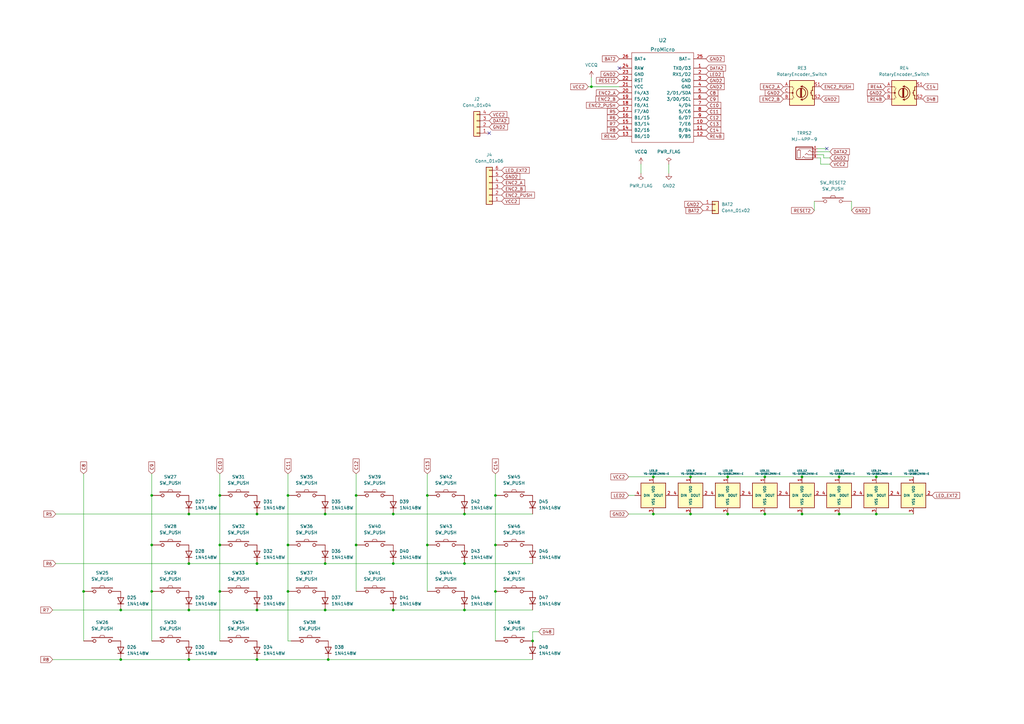
<source format=kicad_sch>
(kicad_sch (version 20211123) (generator eeschema)

  (uuid 3934cdea-42c8-4ab1-b1be-2c4978ab08ae)

  (paper "A3")

  (lib_symbols
    (symbol "Connector_Generic:Conn_01x02" (pin_names (offset 1.016) hide) (in_bom yes) (on_board yes)
      (property "Reference" "J" (id 0) (at 0 2.54 0)
        (effects (font (size 1.27 1.27)))
      )
      (property "Value" "Conn_01x02" (id 1) (at 0 -5.08 0)
        (effects (font (size 1.27 1.27)))
      )
      (property "Footprint" "" (id 2) (at 0 0 0)
        (effects (font (size 1.27 1.27)) hide)
      )
      (property "Datasheet" "~" (id 3) (at 0 0 0)
        (effects (font (size 1.27 1.27)) hide)
      )
      (property "ki_keywords" "connector" (id 4) (at 0 0 0)
        (effects (font (size 1.27 1.27)) hide)
      )
      (property "ki_description" "Generic connector, single row, 01x02, script generated (kicad-library-utils/schlib/autogen/connector/)" (id 5) (at 0 0 0)
        (effects (font (size 1.27 1.27)) hide)
      )
      (property "ki_fp_filters" "Connector*:*_1x??_*" (id 6) (at 0 0 0)
        (effects (font (size 1.27 1.27)) hide)
      )
      (symbol "Conn_01x02_1_1"
        (rectangle (start -1.27 -2.413) (end 0 -2.667)
          (stroke (width 0.1524) (type default) (color 0 0 0 0))
          (fill (type none))
        )
        (rectangle (start -1.27 0.127) (end 0 -0.127)
          (stroke (width 0.1524) (type default) (color 0 0 0 0))
          (fill (type none))
        )
        (rectangle (start -1.27 1.27) (end 1.27 -3.81)
          (stroke (width 0.254) (type default) (color 0 0 0 0))
          (fill (type background))
        )
        (pin passive line (at -5.08 0 0) (length 3.81)
          (name "Pin_1" (effects (font (size 1.27 1.27))))
          (number "1" (effects (font (size 1.27 1.27))))
        )
        (pin passive line (at -5.08 -2.54 0) (length 3.81)
          (name "Pin_2" (effects (font (size 1.27 1.27))))
          (number "2" (effects (font (size 1.27 1.27))))
        )
      )
    )
    (symbol "Connector_Generic:Conn_01x04" (pin_names (offset 1.016) hide) (in_bom yes) (on_board yes)
      (property "Reference" "J" (id 0) (at 0 5.08 0)
        (effects (font (size 1.27 1.27)))
      )
      (property "Value" "Conn_01x04" (id 1) (at 0 -7.62 0)
        (effects (font (size 1.27 1.27)))
      )
      (property "Footprint" "" (id 2) (at 0 0 0)
        (effects (font (size 1.27 1.27)) hide)
      )
      (property "Datasheet" "~" (id 3) (at 0 0 0)
        (effects (font (size 1.27 1.27)) hide)
      )
      (property "ki_keywords" "connector" (id 4) (at 0 0 0)
        (effects (font (size 1.27 1.27)) hide)
      )
      (property "ki_description" "Generic connector, single row, 01x04, script generated (kicad-library-utils/schlib/autogen/connector/)" (id 5) (at 0 0 0)
        (effects (font (size 1.27 1.27)) hide)
      )
      (property "ki_fp_filters" "Connector*:*_1x??_*" (id 6) (at 0 0 0)
        (effects (font (size 1.27 1.27)) hide)
      )
      (symbol "Conn_01x04_1_1"
        (rectangle (start -1.27 -4.953) (end 0 -5.207)
          (stroke (width 0.1524) (type default) (color 0 0 0 0))
          (fill (type none))
        )
        (rectangle (start -1.27 -2.413) (end 0 -2.667)
          (stroke (width 0.1524) (type default) (color 0 0 0 0))
          (fill (type none))
        )
        (rectangle (start -1.27 0.127) (end 0 -0.127)
          (stroke (width 0.1524) (type default) (color 0 0 0 0))
          (fill (type none))
        )
        (rectangle (start -1.27 2.667) (end 0 2.413)
          (stroke (width 0.1524) (type default) (color 0 0 0 0))
          (fill (type none))
        )
        (rectangle (start -1.27 3.81) (end 1.27 -6.35)
          (stroke (width 0.254) (type default) (color 0 0 0 0))
          (fill (type background))
        )
        (pin passive line (at -5.08 2.54 0) (length 3.81)
          (name "Pin_1" (effects (font (size 1.27 1.27))))
          (number "1" (effects (font (size 1.27 1.27))))
        )
        (pin passive line (at -5.08 0 0) (length 3.81)
          (name "Pin_2" (effects (font (size 1.27 1.27))))
          (number "2" (effects (font (size 1.27 1.27))))
        )
        (pin passive line (at -5.08 -2.54 0) (length 3.81)
          (name "Pin_3" (effects (font (size 1.27 1.27))))
          (number "3" (effects (font (size 1.27 1.27))))
        )
        (pin passive line (at -5.08 -5.08 0) (length 3.81)
          (name "Pin_4" (effects (font (size 1.27 1.27))))
          (number "4" (effects (font (size 1.27 1.27))))
        )
      )
    )
    (symbol "Connector_Generic:Conn_01x06" (pin_names (offset 1.016) hide) (in_bom yes) (on_board yes)
      (property "Reference" "J" (id 0) (at 0 7.62 0)
        (effects (font (size 1.27 1.27)))
      )
      (property "Value" "Conn_01x06" (id 1) (at 0 -10.16 0)
        (effects (font (size 1.27 1.27)))
      )
      (property "Footprint" "" (id 2) (at 0 0 0)
        (effects (font (size 1.27 1.27)) hide)
      )
      (property "Datasheet" "~" (id 3) (at 0 0 0)
        (effects (font (size 1.27 1.27)) hide)
      )
      (property "ki_keywords" "connector" (id 4) (at 0 0 0)
        (effects (font (size 1.27 1.27)) hide)
      )
      (property "ki_description" "Generic connector, single row, 01x06, script generated (kicad-library-utils/schlib/autogen/connector/)" (id 5) (at 0 0 0)
        (effects (font (size 1.27 1.27)) hide)
      )
      (property "ki_fp_filters" "Connector*:*_1x??_*" (id 6) (at 0 0 0)
        (effects (font (size 1.27 1.27)) hide)
      )
      (symbol "Conn_01x06_1_1"
        (rectangle (start -1.27 -7.493) (end 0 -7.747)
          (stroke (width 0.1524) (type default) (color 0 0 0 0))
          (fill (type none))
        )
        (rectangle (start -1.27 -4.953) (end 0 -5.207)
          (stroke (width 0.1524) (type default) (color 0 0 0 0))
          (fill (type none))
        )
        (rectangle (start -1.27 -2.413) (end 0 -2.667)
          (stroke (width 0.1524) (type default) (color 0 0 0 0))
          (fill (type none))
        )
        (rectangle (start -1.27 0.127) (end 0 -0.127)
          (stroke (width 0.1524) (type default) (color 0 0 0 0))
          (fill (type none))
        )
        (rectangle (start -1.27 2.667) (end 0 2.413)
          (stroke (width 0.1524) (type default) (color 0 0 0 0))
          (fill (type none))
        )
        (rectangle (start -1.27 5.207) (end 0 4.953)
          (stroke (width 0.1524) (type default) (color 0 0 0 0))
          (fill (type none))
        )
        (rectangle (start -1.27 6.35) (end 1.27 -8.89)
          (stroke (width 0.254) (type default) (color 0 0 0 0))
          (fill (type background))
        )
        (pin passive line (at -5.08 5.08 0) (length 3.81)
          (name "Pin_1" (effects (font (size 1.27 1.27))))
          (number "1" (effects (font (size 1.27 1.27))))
        )
        (pin passive line (at -5.08 2.54 0) (length 3.81)
          (name "Pin_2" (effects (font (size 1.27 1.27))))
          (number "2" (effects (font (size 1.27 1.27))))
        )
        (pin passive line (at -5.08 0 0) (length 3.81)
          (name "Pin_3" (effects (font (size 1.27 1.27))))
          (number "3" (effects (font (size 1.27 1.27))))
        )
        (pin passive line (at -5.08 -2.54 0) (length 3.81)
          (name "Pin_4" (effects (font (size 1.27 1.27))))
          (number "4" (effects (font (size 1.27 1.27))))
        )
        (pin passive line (at -5.08 -5.08 0) (length 3.81)
          (name "Pin_5" (effects (font (size 1.27 1.27))))
          (number "5" (effects (font (size 1.27 1.27))))
        )
        (pin passive line (at -5.08 -7.62 0) (length 3.81)
          (name "Pin_6" (effects (font (size 1.27 1.27))))
          (number "6" (effects (font (size 1.27 1.27))))
        )
      )
    )
    (symbol "Device:RotaryEncoder_Switch" (pin_names (offset 0.254) hide) (in_bom yes) (on_board yes)
      (property "Reference" "SW" (id 0) (at 0 6.604 0)
        (effects (font (size 1.27 1.27)))
      )
      (property "Value" "RotaryEncoder_Switch" (id 1) (at 0 -6.604 0)
        (effects (font (size 1.27 1.27)))
      )
      (property "Footprint" "" (id 2) (at -3.81 4.064 0)
        (effects (font (size 1.27 1.27)) hide)
      )
      (property "Datasheet" "~" (id 3) (at 0 6.604 0)
        (effects (font (size 1.27 1.27)) hide)
      )
      (property "ki_keywords" "rotary switch encoder switch push button" (id 4) (at 0 0 0)
        (effects (font (size 1.27 1.27)) hide)
      )
      (property "ki_description" "Rotary encoder, dual channel, incremental quadrate outputs, with switch" (id 5) (at 0 0 0)
        (effects (font (size 1.27 1.27)) hide)
      )
      (property "ki_fp_filters" "RotaryEncoder*Switch*" (id 6) (at 0 0 0)
        (effects (font (size 1.27 1.27)) hide)
      )
      (symbol "RotaryEncoder_Switch_0_1"
        (rectangle (start -5.08 5.08) (end 5.08 -5.08)
          (stroke (width 0.254) (type default) (color 0 0 0 0))
          (fill (type background))
        )
        (circle (center -3.81 0) (radius 0.254)
          (stroke (width 0) (type default) (color 0 0 0 0))
          (fill (type outline))
        )
        (arc (start -0.381 -2.794) (mid 2.3622 -0.0635) (end -0.381 2.667)
          (stroke (width 0.254) (type default) (color 0 0 0 0))
          (fill (type none))
        )
        (circle (center -0.381 0) (radius 1.905)
          (stroke (width 0.254) (type default) (color 0 0 0 0))
          (fill (type none))
        )
        (polyline
          (pts
            (xy -0.635 -1.778)
            (xy -0.635 1.778)
          )
          (stroke (width 0.254) (type default) (color 0 0 0 0))
          (fill (type none))
        )
        (polyline
          (pts
            (xy -0.381 -1.778)
            (xy -0.381 1.778)
          )
          (stroke (width 0.254) (type default) (color 0 0 0 0))
          (fill (type none))
        )
        (polyline
          (pts
            (xy -0.127 1.778)
            (xy -0.127 -1.778)
          )
          (stroke (width 0.254) (type default) (color 0 0 0 0))
          (fill (type none))
        )
        (polyline
          (pts
            (xy 3.81 0)
            (xy 3.429 0)
          )
          (stroke (width 0.254) (type default) (color 0 0 0 0))
          (fill (type none))
        )
        (polyline
          (pts
            (xy 3.81 1.016)
            (xy 3.81 -1.016)
          )
          (stroke (width 0.254) (type default) (color 0 0 0 0))
          (fill (type none))
        )
        (polyline
          (pts
            (xy -5.08 -2.54)
            (xy -3.81 -2.54)
            (xy -3.81 -2.032)
          )
          (stroke (width 0) (type default) (color 0 0 0 0))
          (fill (type none))
        )
        (polyline
          (pts
            (xy -5.08 2.54)
            (xy -3.81 2.54)
            (xy -3.81 2.032)
          )
          (stroke (width 0) (type default) (color 0 0 0 0))
          (fill (type none))
        )
        (polyline
          (pts
            (xy 0.254 -3.048)
            (xy -0.508 -2.794)
            (xy 0.127 -2.413)
          )
          (stroke (width 0.254) (type default) (color 0 0 0 0))
          (fill (type none))
        )
        (polyline
          (pts
            (xy 0.254 2.921)
            (xy -0.508 2.667)
            (xy 0.127 2.286)
          )
          (stroke (width 0.254) (type default) (color 0 0 0 0))
          (fill (type none))
        )
        (polyline
          (pts
            (xy 5.08 -2.54)
            (xy 4.318 -2.54)
            (xy 4.318 -1.016)
          )
          (stroke (width 0.254) (type default) (color 0 0 0 0))
          (fill (type none))
        )
        (polyline
          (pts
            (xy 5.08 2.54)
            (xy 4.318 2.54)
            (xy 4.318 1.016)
          )
          (stroke (width 0.254) (type default) (color 0 0 0 0))
          (fill (type none))
        )
        (polyline
          (pts
            (xy -5.08 0)
            (xy -3.81 0)
            (xy -3.81 -1.016)
            (xy -3.302 -2.032)
          )
          (stroke (width 0) (type default) (color 0 0 0 0))
          (fill (type none))
        )
        (polyline
          (pts
            (xy -4.318 0)
            (xy -3.81 0)
            (xy -3.81 1.016)
            (xy -3.302 2.032)
          )
          (stroke (width 0) (type default) (color 0 0 0 0))
          (fill (type none))
        )
        (circle (center 4.318 -1.016) (radius 0.127)
          (stroke (width 0.254) (type default) (color 0 0 0 0))
          (fill (type none))
        )
        (circle (center 4.318 1.016) (radius 0.127)
          (stroke (width 0.254) (type default) (color 0 0 0 0))
          (fill (type none))
        )
      )
      (symbol "RotaryEncoder_Switch_1_1"
        (pin passive line (at -7.62 2.54 0) (length 2.54)
          (name "A" (effects (font (size 1.27 1.27))))
          (number "A" (effects (font (size 1.27 1.27))))
        )
        (pin passive line (at -7.62 -2.54 0) (length 2.54)
          (name "B" (effects (font (size 1.27 1.27))))
          (number "B" (effects (font (size 1.27 1.27))))
        )
        (pin passive line (at -7.62 0 0) (length 2.54)
          (name "C" (effects (font (size 1.27 1.27))))
          (number "C" (effects (font (size 1.27 1.27))))
        )
        (pin passive line (at 7.62 2.54 180) (length 2.54)
          (name "S1" (effects (font (size 1.27 1.27))))
          (number "S1" (effects (font (size 1.27 1.27))))
        )
        (pin passive line (at 7.62 -2.54 180) (length 2.54)
          (name "S2" (effects (font (size 1.27 1.27))))
          (number "S2" (effects (font (size 1.27 1.27))))
        )
      )
    )
    (symbol "Diode:1N4148W" (pin_numbers hide) (pin_names (offset 1.016) hide) (in_bom yes) (on_board yes)
      (property "Reference" "D" (id 0) (at 0 2.54 0)
        (effects (font (size 1.27 1.27)))
      )
      (property "Value" "1N4148W" (id 1) (at 0 -2.54 0)
        (effects (font (size 1.27 1.27)))
      )
      (property "Footprint" "Diode_SMD:D_SOD-123" (id 2) (at 0 -4.445 0)
        (effects (font (size 1.27 1.27)) hide)
      )
      (property "Datasheet" "https://www.vishay.com/docs/85748/1n4148w.pdf" (id 3) (at 0 0 0)
        (effects (font (size 1.27 1.27)) hide)
      )
      (property "ki_keywords" "diode" (id 4) (at 0 0 0)
        (effects (font (size 1.27 1.27)) hide)
      )
      (property "ki_description" "75V 0.15A Fast Switching Diode, SOD-123" (id 5) (at 0 0 0)
        (effects (font (size 1.27 1.27)) hide)
      )
      (property "ki_fp_filters" "D*SOD?123*" (id 6) (at 0 0 0)
        (effects (font (size 1.27 1.27)) hide)
      )
      (symbol "1N4148W_0_1"
        (polyline
          (pts
            (xy -1.27 1.27)
            (xy -1.27 -1.27)
          )
          (stroke (width 0.254) (type default) (color 0 0 0 0))
          (fill (type none))
        )
        (polyline
          (pts
            (xy 1.27 0)
            (xy -1.27 0)
          )
          (stroke (width 0) (type default) (color 0 0 0 0))
          (fill (type none))
        )
        (polyline
          (pts
            (xy 1.27 1.27)
            (xy 1.27 -1.27)
            (xy -1.27 0)
            (xy 1.27 1.27)
          )
          (stroke (width 0.254) (type default) (color 0 0 0 0))
          (fill (type none))
        )
      )
      (symbol "1N4148W_1_1"
        (pin passive line (at -3.81 0 0) (length 2.54)
          (name "K" (effects (font (size 1.27 1.27))))
          (number "1" (effects (font (size 1.27 1.27))))
        )
        (pin passive line (at 3.81 0 180) (length 2.54)
          (name "A" (effects (font (size 1.27 1.27))))
          (number "2" (effects (font (size 1.27 1.27))))
        )
      )
    )
    (symbol "kbd:MJ-4PP-9" (pin_names (offset 1.016)) (in_bom yes) (on_board yes)
      (property "Reference" "J" (id 0) (at 0 3.81 0)
        (effects (font (size 1.27 1.27)))
      )
      (property "Value" "MJ-4PP-9" (id 1) (at 0 -3.81 0)
        (effects (font (size 1.27 1.27)))
      )
      (property "Footprint" "" (id 2) (at 6.985 4.445 0)
        (effects (font (size 1.27 1.27)) hide)
      )
      (property "Datasheet" "~" (id 3) (at 6.985 4.445 0)
        (effects (font (size 1.27 1.27)) hide)
      )
      (property "ki_keywords" "audio jack receptable stereo headphones TRRS connector" (id 4) (at 0 0 0)
        (effects (font (size 1.27 1.27)) hide)
      )
      (property "ki_description" "4-pin (audio) jack receptable (stereo + 4th pin/TRRS connector), compatible with PJ320A" (id 5) (at 0 0 0)
        (effects (font (size 1.27 1.27)) hide)
      )
      (symbol "MJ-4PP-9_0_1"
        (rectangle (start -1.905 -1.905) (end -3.175 1.27)
          (stroke (width 0) (type default) (color 0 0 0 0))
          (fill (type none))
        )
        (polyline
          (pts
            (xy -2.54 1.27)
            (xy -2.54 1.905)
            (xy 3.175 1.905)
          )
          (stroke (width 0) (type default) (color 0 0 0 0))
          (fill (type none))
        )
        (polyline
          (pts
            (xy -1.27 -1.905)
            (xy -0.635 -1.27)
            (xy 0 -1.905)
            (xy 3.175 -1.905)
          )
          (stroke (width 0) (type default) (color 0 0 0 0))
          (fill (type none))
        )
        (polyline
          (pts
            (xy 0 -0.635)
            (xy 0.635 0)
            (xy 1.27 -0.635)
            (xy 3.175 -0.635)
          )
          (stroke (width 0) (type default) (color 0 0 0 0))
          (fill (type none))
        )
        (polyline
          (pts
            (xy 1.27 0.635)
            (xy 1.905 1.27)
            (xy 2.54 0.635)
            (xy 3.175 0.635)
          )
          (stroke (width 0) (type default) (color 0 0 0 0))
          (fill (type none))
        )
        (rectangle (start 3.175 2.54) (end -3.81 -2.54)
          (stroke (width 0.3048) (type default) (color 0 0 0 0))
          (fill (type none))
        )
      )
      (symbol "MJ-4PP-9_1_1"
        (pin input line (at 5.08 1.905 180) (length 2.0066)
          (name "~" (effects (font (size 0.508 0.508))))
          (number "A" (effects (font (size 0.7112 0.7112))))
        )
        (pin input line (at 5.08 -1.905 180) (length 2.0066)
          (name "~" (effects (font (size 0.508 0.508))))
          (number "B" (effects (font (size 0.7112 0.7112))))
        )
        (pin input line (at 5.08 -0.635 180) (length 2.0066)
          (name "~" (effects (font (size 0.508 0.508))))
          (number "C" (effects (font (size 0.7112 0.7112))))
        )
        (pin input line (at 5.08 0.635 180) (length 2.0066)
          (name "~" (effects (font (size 0.508 0.508))))
          (number "D" (effects (font (size 0.7112 0.7112))))
        )
      )
    )
    (symbol "kbd:SW_PUSH" (pin_numbers hide) (pin_names (offset 1.016) hide) (in_bom yes) (on_board yes)
      (property "Reference" "SW" (id 0) (at 3.81 2.794 0)
        (effects (font (size 1.27 1.27)))
      )
      (property "Value" "SW_PUSH" (id 1) (at 0 -2.032 0)
        (effects (font (size 1.27 1.27)))
      )
      (property "Footprint" "" (id 2) (at 0 0 0)
        (effects (font (size 1.27 1.27)))
      )
      (property "Datasheet" "" (id 3) (at 0 0 0)
        (effects (font (size 1.27 1.27)))
      )
      (symbol "SW_PUSH_0_1"
        (rectangle (start -4.318 1.27) (end 4.318 1.524)
          (stroke (width 0) (type default) (color 0 0 0 0))
          (fill (type none))
        )
        (polyline
          (pts
            (xy -1.016 1.524)
            (xy -0.762 2.286)
            (xy 0.762 2.286)
            (xy 1.016 1.524)
          )
          (stroke (width 0) (type default) (color 0 0 0 0))
          (fill (type none))
        )
        (pin passive inverted (at -7.62 0 0) (length 5.08)
          (name "1" (effects (font (size 1.27 1.27))))
          (number "1" (effects (font (size 1.27 1.27))))
        )
        (pin passive inverted (at 7.62 0 180) (length 5.08)
          (name "2" (effects (font (size 1.27 1.27))))
          (number "2" (effects (font (size 1.27 1.27))))
        )
      )
    )
    (symbol "kbd:YS-SK6812MINI-E" (pin_names (offset 1.016)) (in_bom yes) (on_board yes)
      (property "Reference" "LED" (id 0) (at 2.54 -7.62 0)
        (effects (font (size 0.7366 0.7366)))
      )
      (property "Value" "YS-SK6812MINI-E" (id 1) (at 6.35 -6.35 0)
        (effects (font (size 0.7366 0.7366)))
      )
      (property "Footprint" "" (id 2) (at 2.54 -6.35 0)
        (effects (font (size 1.27 1.27)) hide)
      )
      (property "Datasheet" "" (id 3) (at 2.54 -6.35 0)
        (effects (font (size 1.27 1.27)) hide)
      )
      (symbol "YS-SK6812MINI-E_0_1"
        (rectangle (start -5.08 5.08) (end 5.08 -5.08)
          (stroke (width 0.254) (type default) (color 0 0 0 0))
          (fill (type background))
        )
      )
      (symbol "YS-SK6812MINI-E_1_1"
        (pin power_in line (at 0 7.62 270) (length 2.54)
          (name "VDD" (effects (font (size 0.9906 0.9906))))
          (number "1" (effects (font (size 1.27 1.27))))
        )
        (pin output line (at 7.62 0 180) (length 2.54)
          (name "DOUT" (effects (font (size 0.9906 0.9906))))
          (number "2" (effects (font (size 1.27 1.27))))
        )
        (pin power_in line (at 0 -7.62 90) (length 2.54)
          (name "VSS" (effects (font (size 0.9906 0.9906))))
          (number "3" (effects (font (size 1.27 1.27))))
        )
        (pin input line (at -7.62 0 0) (length 2.54)
          (name "DIN" (effects (font (size 0.9906 0.9906))))
          (number "4" (effects (font (size 1.27 1.27))))
        )
      )
    )
    (symbol "power:GND2" (power) (pin_names (offset 0)) (in_bom yes) (on_board yes)
      (property "Reference" "#PWR" (id 0) (at 0 -6.35 0)
        (effects (font (size 1.27 1.27)) hide)
      )
      (property "Value" "GND2" (id 1) (at 0 -3.81 0)
        (effects (font (size 1.27 1.27)))
      )
      (property "Footprint" "" (id 2) (at 0 0 0)
        (effects (font (size 1.27 1.27)) hide)
      )
      (property "Datasheet" "" (id 3) (at 0 0 0)
        (effects (font (size 1.27 1.27)) hide)
      )
      (property "ki_keywords" "power-flag" (id 4) (at 0 0 0)
        (effects (font (size 1.27 1.27)) hide)
      )
      (property "ki_description" "Power symbol creates a global label with name \"GND2\" , ground" (id 5) (at 0 0 0)
        (effects (font (size 1.27 1.27)) hide)
      )
      (symbol "GND2_0_1"
        (polyline
          (pts
            (xy 0 0)
            (xy 0 -1.27)
            (xy 1.27 -1.27)
            (xy 0 -2.54)
            (xy -1.27 -1.27)
            (xy 0 -1.27)
          )
          (stroke (width 0) (type default) (color 0 0 0 0))
          (fill (type none))
        )
      )
      (symbol "GND2_1_1"
        (pin power_in line (at 0 0 270) (length 0) hide
          (name "GND2" (effects (font (size 1.27 1.27))))
          (number "1" (effects (font (size 1.27 1.27))))
        )
      )
    )
    (symbol "power:PWR_FLAG" (power) (pin_numbers hide) (pin_names (offset 0) hide) (in_bom yes) (on_board yes)
      (property "Reference" "#FLG" (id 0) (at 0 1.905 0)
        (effects (font (size 1.27 1.27)) hide)
      )
      (property "Value" "PWR_FLAG" (id 1) (at 0 3.81 0)
        (effects (font (size 1.27 1.27)))
      )
      (property "Footprint" "" (id 2) (at 0 0 0)
        (effects (font (size 1.27 1.27)) hide)
      )
      (property "Datasheet" "~" (id 3) (at 0 0 0)
        (effects (font (size 1.27 1.27)) hide)
      )
      (property "ki_keywords" "power-flag" (id 4) (at 0 0 0)
        (effects (font (size 1.27 1.27)) hide)
      )
      (property "ki_description" "Special symbol for telling ERC where power comes from" (id 5) (at 0 0 0)
        (effects (font (size 1.27 1.27)) hide)
      )
      (symbol "PWR_FLAG_0_0"
        (pin power_out line (at 0 0 90) (length 0)
          (name "pwr" (effects (font (size 1.27 1.27))))
          (number "1" (effects (font (size 1.27 1.27))))
        )
      )
      (symbol "PWR_FLAG_0_1"
        (polyline
          (pts
            (xy 0 0)
            (xy 0 1.27)
            (xy -1.016 1.905)
            (xy 0 2.54)
            (xy 1.016 1.905)
            (xy 0 1.27)
          )
          (stroke (width 0) (type default) (color 0 0 0 0))
          (fill (type none))
        )
      )
    )
    (symbol "power:VCCQ" (power) (pin_names (offset 0)) (in_bom yes) (on_board yes)
      (property "Reference" "#PWR" (id 0) (at 0 -3.81 0)
        (effects (font (size 1.27 1.27)) hide)
      )
      (property "Value" "VCCQ" (id 1) (at 0 3.81 0)
        (effects (font (size 1.27 1.27)))
      )
      (property "Footprint" "" (id 2) (at 0 0 0)
        (effects (font (size 1.27 1.27)) hide)
      )
      (property "Datasheet" "" (id 3) (at 0 0 0)
        (effects (font (size 1.27 1.27)) hide)
      )
      (property "ki_keywords" "power-flag" (id 4) (at 0 0 0)
        (effects (font (size 1.27 1.27)) hide)
      )
      (property "ki_description" "Power symbol creates a global label with name \"VCCQ\"" (id 5) (at 0 0 0)
        (effects (font (size 1.27 1.27)) hide)
      )
      (symbol "VCCQ_0_1"
        (polyline
          (pts
            (xy -0.762 1.27)
            (xy 0 2.54)
          )
          (stroke (width 0) (type default) (color 0 0 0 0))
          (fill (type none))
        )
        (polyline
          (pts
            (xy 0 0)
            (xy 0 2.54)
          )
          (stroke (width 0) (type default) (color 0 0 0 0))
          (fill (type none))
        )
        (polyline
          (pts
            (xy 0 2.54)
            (xy 0.762 1.27)
          )
          (stroke (width 0) (type default) (color 0 0 0 0))
          (fill (type none))
        )
      )
      (symbol "VCCQ_1_1"
        (pin power_in line (at 0 0 90) (length 0) hide
          (name "VCCQ" (effects (font (size 1.27 1.27))))
          (number "1" (effects (font (size 1.27 1.27))))
        )
      )
    )
    (symbol "willow:ProMicro" (pin_names (offset 1.016)) (in_bom yes) (on_board yes)
      (property "Reference" "U" (id 0) (at 0 21.59 0)
        (effects (font (size 1.524 1.524)))
      )
      (property "Value" "ProMicro" (id 1) (at 0 -19.05 0)
        (effects (font (size 1.524 1.524)))
      )
      (property "Footprint" "" (id 2) (at 2.54 -26.67 0)
        (effects (font (size 1.524 1.524)))
      )
      (property "Datasheet" "" (id 3) (at 2.54 -26.67 0)
        (effects (font (size 1.524 1.524)))
      )
      (symbol "ProMicro_0_1"
        (rectangle (start -12.7 20.32) (end 12.7 -16.51)
          (stroke (width 0) (type default) (color 0 0 0 0))
          (fill (type none))
        )
      )
      (symbol "ProMicro_1_1"
        (pin bidirectional line (at -17.78 13.97 0) (length 5.08)
          (name "TX0/D3" (effects (font (size 1.27 1.27))))
          (number "1" (effects (font (size 1.27 1.27))))
        )
        (pin bidirectional line (at -17.78 -8.89 0) (length 5.08)
          (name "7/E6" (effects (font (size 1.27 1.27))))
          (number "10" (effects (font (size 1.27 1.27))))
        )
        (pin bidirectional line (at -17.78 -11.43 0) (length 5.08)
          (name "8/B4" (effects (font (size 1.27 1.27))))
          (number "11" (effects (font (size 1.27 1.27))))
        )
        (pin bidirectional line (at -17.78 -13.97 0) (length 5.08)
          (name "9/B5" (effects (font (size 1.27 1.27))))
          (number "12" (effects (font (size 1.27 1.27))))
        )
        (pin bidirectional line (at 17.78 -13.97 180) (length 5.08)
          (name "B6/10" (effects (font (size 1.27 1.27))))
          (number "13" (effects (font (size 1.27 1.27))))
        )
        (pin bidirectional line (at 17.78 -11.43 180) (length 5.08)
          (name "B2/16" (effects (font (size 1.27 1.27))))
          (number "14" (effects (font (size 1.27 1.27))))
        )
        (pin bidirectional line (at 17.78 -8.89 180) (length 5.08)
          (name "B3/14" (effects (font (size 1.27 1.27))))
          (number "15" (effects (font (size 1.27 1.27))))
        )
        (pin bidirectional line (at 17.78 -6.35 180) (length 5.08)
          (name "B1/15" (effects (font (size 1.27 1.27))))
          (number "16" (effects (font (size 1.27 1.27))))
        )
        (pin bidirectional line (at 17.78 -3.81 180) (length 5.08)
          (name "F7/A0" (effects (font (size 1.27 1.27))))
          (number "17" (effects (font (size 1.27 1.27))))
        )
        (pin bidirectional line (at 17.78 -1.27 180) (length 5.08)
          (name "F6/A1" (effects (font (size 1.27 1.27))))
          (number "18" (effects (font (size 1.27 1.27))))
        )
        (pin bidirectional line (at 17.78 1.27 180) (length 5.08)
          (name "F5/A2" (effects (font (size 1.27 1.27))))
          (number "19" (effects (font (size 1.27 1.27))))
        )
        (pin bidirectional line (at -17.78 11.43 0) (length 5.08)
          (name "RX1/D2" (effects (font (size 1.27 1.27))))
          (number "2" (effects (font (size 1.27 1.27))))
        )
        (pin bidirectional line (at 17.78 3.81 180) (length 5.08)
          (name "F4/A3" (effects (font (size 1.27 1.27))))
          (number "20" (effects (font (size 1.27 1.27))))
        )
        (pin power_in line (at 17.78 6.35 180) (length 5.08)
          (name "VCC" (effects (font (size 1.27 1.27))))
          (number "21" (effects (font (size 1.27 1.27))))
        )
        (pin input line (at 17.78 8.89 180) (length 5.08)
          (name "RST" (effects (font (size 1.27 1.27))))
          (number "22" (effects (font (size 1.27 1.27))))
        )
        (pin power_in line (at 17.78 11.43 180) (length 5.08)
          (name "GND" (effects (font (size 1.27 1.27))))
          (number "23" (effects (font (size 1.27 1.27))))
        )
        (pin power_out line (at 17.78 13.97 180) (length 5.08)
          (name "RAW" (effects (font (size 1.27 1.27))))
          (number "24" (effects (font (size 1.27 1.27))))
        )
        (pin power_in line (at -17.78 17.78 0) (length 5.08)
          (name "BAT-" (effects (font (size 1.27 1.27))))
          (number "25" (effects (font (size 1.27 1.27))))
        )
        (pin input line (at 17.78 17.78 180) (length 5.08)
          (name "BAT+" (effects (font (size 1.27 1.27))))
          (number "26" (effects (font (size 1.27 1.27))))
        )
        (pin power_in line (at -17.78 8.89 0) (length 5.08)
          (name "GND" (effects (font (size 1.27 1.27))))
          (number "3" (effects (font (size 1.27 1.27))))
        )
        (pin power_in line (at -17.78 6.35 0) (length 5.08)
          (name "GND" (effects (font (size 1.27 1.27))))
          (number "4" (effects (font (size 1.27 1.27))))
        )
        (pin bidirectional line (at -17.78 3.81 0) (length 5.08)
          (name "2/D1/SDA" (effects (font (size 1.27 1.27))))
          (number "5" (effects (font (size 1.27 1.27))))
        )
        (pin bidirectional line (at -17.78 1.27 0) (length 5.08)
          (name "3/D0/SCL" (effects (font (size 1.27 1.27))))
          (number "6" (effects (font (size 1.27 1.27))))
        )
        (pin bidirectional line (at -17.78 -1.27 0) (length 5.08)
          (name "4/D4" (effects (font (size 1.27 1.27))))
          (number "7" (effects (font (size 1.27 1.27))))
        )
        (pin bidirectional line (at -17.78 -3.81 0) (length 5.08)
          (name "5/C6" (effects (font (size 1.27 1.27))))
          (number "8" (effects (font (size 1.27 1.27))))
        )
        (pin bidirectional line (at -17.78 -6.35 0) (length 5.08)
          (name "6/D7" (effects (font (size 1.27 1.27))))
          (number "9" (effects (font (size 1.27 1.27))))
        )
      )
    )
  )

  (junction (at 298.45 195.58) (diameter 0) (color 0 0 0 0)
    (uuid 0037ea86-795f-4992-8f4c-7531ef8c22bf)
  )
  (junction (at 90.17 223.52) (diameter 0) (color 0 0 0 0)
    (uuid 004ca7b4-22a0-4452-b5ea-386663ebeb29)
  )
  (junction (at 344.17 195.58) (diameter 0) (color 0 0 0 0)
    (uuid 13854e41-1329-4ee5-8ab7-5038e3b28cdc)
  )
  (junction (at 175.26 203.2) (diameter 0) (color 0 0 0 0)
    (uuid 18d83288-24ff-4194-b2fe-1f8134c2f192)
  )
  (junction (at 62.23 242.57) (diameter 0) (color 0 0 0 0)
    (uuid 1b2e9454-becf-4f14-98fb-273aa65a1cee)
  )
  (junction (at 190.5 231.14) (diameter 0) (color 0 0 0 0)
    (uuid 1e3d5377-e7d5-40f3-8754-fad9fdd55f0a)
  )
  (junction (at 105.41 270.51) (diameter 0) (color 0 0 0 0)
    (uuid 21dbe05f-5eae-4ae0-ab0b-8887ef1befdb)
  )
  (junction (at 161.29 210.82) (diameter 0) (color 0 0 0 0)
    (uuid 2548ccb1-ddde-4ee1-8ab2-0aa1321ffafb)
  )
  (junction (at 133.35 210.82) (diameter 0) (color 0 0 0 0)
    (uuid 25f23d9d-dfc3-4d9d-98c2-59af49b98572)
  )
  (junction (at 62.23 203.2) (diameter 0) (color 0 0 0 0)
    (uuid 260f5ec4-066f-49d2-bb20-6c8f3bdcdda7)
  )
  (junction (at 298.45 210.82) (diameter 0) (color 0 0 0 0)
    (uuid 26232bb1-9a3e-4199-83ea-99a2c6e3f0dd)
  )
  (junction (at 190.5 210.82) (diameter 0) (color 0 0 0 0)
    (uuid 38521908-759d-42b1-bc02-82813b5631ba)
  )
  (junction (at 133.35 250.19) (diameter 0) (color 0 0 0 0)
    (uuid 3a5d4a80-2f85-456a-abad-85328ca1f7ff)
  )
  (junction (at 105.41 231.14) (diameter 0) (color 0 0 0 0)
    (uuid 3b0b85ae-07ec-45c6-8a45-027345b9c51f)
  )
  (junction (at 146.05 223.52) (diameter 0) (color 0 0 0 0)
    (uuid 3e72a3cb-2d5f-45ab-964d-1f4d8698f9c1)
  )
  (junction (at 118.11 203.2) (diameter 0) (color 0 0 0 0)
    (uuid 413d897e-95cf-446c-9b3e-bff3e86504f6)
  )
  (junction (at 77.47 210.82) (diameter 0) (color 0 0 0 0)
    (uuid 452b4b38-fe69-4735-bf76-75849ba97b83)
  )
  (junction (at 313.69 210.82) (diameter 0) (color 0 0 0 0)
    (uuid 51572d74-e70e-4353-9962-4f2c69fe2434)
  )
  (junction (at 190.5 250.19) (diameter 0) (color 0 0 0 0)
    (uuid 520eb3b5-8ce2-44be-8eb2-a77daa091a3f)
  )
  (junction (at 62.23 223.52) (diameter 0) (color 0 0 0 0)
    (uuid 5bdedaef-bb4f-435a-ae97-02fcc182b3d5)
  )
  (junction (at 105.41 210.82) (diameter 0) (color 0 0 0 0)
    (uuid 6084e926-4aa5-4e11-b5cc-64bb8b4ccd4a)
  )
  (junction (at 283.21 195.58) (diameter 0) (color 0 0 0 0)
    (uuid 615ea7cc-12b2-4313-a944-fbfba6ca4cf8)
  )
  (junction (at 161.29 250.19) (diameter 0) (color 0 0 0 0)
    (uuid 65ca0c4a-a919-445e-b4be-72474698e4b4)
  )
  (junction (at 49.53 250.19) (diameter 0) (color 0 0 0 0)
    (uuid 6914c535-9446-41a6-84d4-491386c90ece)
  )
  (junction (at 203.2 203.2) (diameter 0) (color 0 0 0 0)
    (uuid 6ef3d51a-4e58-4046-b61a-dd21f83e3cf4)
  )
  (junction (at 90.17 242.57) (diameter 0) (color 0 0 0 0)
    (uuid 80ac535d-8bf5-4725-bf4d-129aa9bb4092)
  )
  (junction (at 359.41 195.58) (diameter 0) (color 0 0 0 0)
    (uuid 871b3a73-ad7d-49f4-bb09-fc73726df2e3)
  )
  (junction (at 203.2 242.57) (diameter 0) (color 0 0 0 0)
    (uuid 9795fec0-1a40-4157-b18c-5c41d4e65713)
  )
  (junction (at 328.93 210.82) (diameter 0) (color 0 0 0 0)
    (uuid 97cd89c3-8e97-4a28-b872-7caf7f1c47e3)
  )
  (junction (at 344.17 210.82) (diameter 0) (color 0 0 0 0)
    (uuid a4d6eda4-8357-4d59-bdec-ed70f470bf88)
  )
  (junction (at 203.2 223.52) (diameter 0) (color 0 0 0 0)
    (uuid a6439ef2-2a32-402a-9782-8ce19a604ce3)
  )
  (junction (at 105.41 250.19) (diameter 0) (color 0 0 0 0)
    (uuid a9777efc-6145-4947-b743-a27dde877c1f)
  )
  (junction (at 161.29 231.14) (diameter 0) (color 0 0 0 0)
    (uuid aa8c5e05-79ae-4d2e-96c4-3a02730bf5a5)
  )
  (junction (at 267.97 210.82) (diameter 0) (color 0 0 0 0)
    (uuid aef8d163-62ee-4fdb-856d-aae8fca452fb)
  )
  (junction (at 77.47 270.51) (diameter 0) (color 0 0 0 0)
    (uuid b2632079-9a2f-47b6-9084-5934a57c3e23)
  )
  (junction (at 134.62 270.51) (diameter 0) (color 0 0 0 0)
    (uuid b8672067-3001-4ecd-b6df-1a8d8a041851)
  )
  (junction (at 175.26 223.52) (diameter 0) (color 0 0 0 0)
    (uuid b9ab0642-a6d0-4f01-b456-f6ebb616b91a)
  )
  (junction (at 118.11 242.57) (diameter 0) (color 0 0 0 0)
    (uuid c182e323-d957-4df3-bb40-be06f6c256c1)
  )
  (junction (at 49.53 270.51) (diameter 0) (color 0 0 0 0)
    (uuid c2cd7d22-cd6a-4a76-9dbd-b4426b8f59bf)
  )
  (junction (at 77.47 250.19) (diameter 0) (color 0 0 0 0)
    (uuid c5dcf5f6-ddf1-44c1-a3a0-0da13e5fd74d)
  )
  (junction (at 218.44 262.89) (diameter 0) (color 0 0 0 0)
    (uuid c7e3ee3b-fe92-444e-a874-2e939d9052d7)
  )
  (junction (at 328.93 195.58) (diameter 0) (color 0 0 0 0)
    (uuid ca550e72-29e5-49c6-a44f-5a9c427d5e40)
  )
  (junction (at 242.57 35.56) (diameter 0) (color 0 0 0 0)
    (uuid cb067629-c2b8-43a2-b865-fdf8edca9412)
  )
  (junction (at 146.05 203.2) (diameter 0) (color 0 0 0 0)
    (uuid d58e0474-83bd-4634-8bbe-492521debe51)
  )
  (junction (at 267.97 195.58) (diameter 0) (color 0 0 0 0)
    (uuid d7f57311-15bd-4de0-8983-afff5940dd25)
  )
  (junction (at 77.47 231.14) (diameter 0) (color 0 0 0 0)
    (uuid db39c8be-0e45-4060-96af-8c1349110fe2)
  )
  (junction (at 34.29 242.57) (diameter 0) (color 0 0 0 0)
    (uuid e5ce1ab4-3592-423f-a034-9a46885a8234)
  )
  (junction (at 283.21 210.82) (diameter 0) (color 0 0 0 0)
    (uuid e5f67360-5e2c-4c0e-b286-bcda03df2726)
  )
  (junction (at 90.17 203.2) (diameter 0) (color 0 0 0 0)
    (uuid e8dd498d-6819-42cb-a76e-a0fc327fd34e)
  )
  (junction (at 359.41 210.82) (diameter 0) (color 0 0 0 0)
    (uuid f2a85625-da05-44f5-98ab-483be218e12d)
  )
  (junction (at 118.11 223.52) (diameter 0) (color 0 0 0 0)
    (uuid f527849a-5ec7-47b2-bc7d-75e9f6739601)
  )
  (junction (at 313.69 195.58) (diameter 0) (color 0 0 0 0)
    (uuid fcf43128-55af-42af-b6cb-26893535dac6)
  )
  (junction (at 133.35 231.14) (diameter 0) (color 0 0 0 0)
    (uuid fe94bf16-add8-4649-a2f2-41de8795da12)
  )

  (no_connect (at 254 27.94) (uuid 542c4375-eec5-49e1-81b3-656f12dea5fc))
  (no_connect (at 339.09 60.96) (uuid 96a1268f-922b-4528-a023-8d5e49f2e3a0))
  (no_connect (at 200.66 54.61) (uuid d32848f5-a497-4607-9e6b-0f48fd6c1523))

  (wire (pts (xy 175.26 223.52) (xy 175.26 242.57))
    (stroke (width 0) (type default) (color 0 0 0 0))
    (uuid 01b178c6-b711-4e84-972b-9c15ba74f4be)
  )
  (wire (pts (xy 34.29 242.57) (xy 34.29 262.89))
    (stroke (width 0) (type default) (color 0 0 0 0))
    (uuid 02c9cc35-b327-41cd-b4ae-07052a5392e2)
  )
  (wire (pts (xy 328.93 195.58) (xy 344.17 195.58))
    (stroke (width 0) (type default) (color 0 0 0 0))
    (uuid 0563e570-4276-4cd9-82bc-720e9b102f1d)
  )
  (wire (pts (xy 133.35 231.14) (xy 161.29 231.14))
    (stroke (width 0) (type default) (color 0 0 0 0))
    (uuid 0699b67d-74b6-429d-a71c-d4631ff151fa)
  )
  (wire (pts (xy 335.28 62.23) (xy 340.36 62.23))
    (stroke (width 0) (type default) (color 0 0 0 0))
    (uuid 0cbd13dc-103a-412e-a1eb-2a380dbeaa5d)
  )
  (wire (pts (xy 262.89 67.31) (xy 262.89 71.12))
    (stroke (width 0) (type default) (color 0 0 0 0))
    (uuid 0da29262-88bc-49e9-8f89-7a86378054e8)
  )
  (wire (pts (xy 105.41 231.14) (xy 133.35 231.14))
    (stroke (width 0) (type default) (color 0 0 0 0))
    (uuid 0e51d170-90ad-45bb-a820-84a2427d34e6)
  )
  (wire (pts (xy 62.23 223.52) (xy 62.23 242.57))
    (stroke (width 0) (type default) (color 0 0 0 0))
    (uuid 155e2ca4-bc0e-4286-bbbe-85a06a17cb5a)
  )
  (wire (pts (xy 242.57 35.56) (xy 254 35.56))
    (stroke (width 0) (type default) (color 0 0 0 0))
    (uuid 1a02fc2f-8083-4503-be6f-25f937d0c6f8)
  )
  (wire (pts (xy 257.81 195.58) (xy 267.97 195.58))
    (stroke (width 0) (type default) (color 0 0 0 0))
    (uuid 1ac1ad32-138d-4d5e-84ea-444c9afaa463)
  )
  (wire (pts (xy 62.23 242.57) (xy 62.23 262.89))
    (stroke (width 0) (type default) (color 0 0 0 0))
    (uuid 1dd7c87e-6ac5-4112-84bc-2ae49f485e10)
  )
  (wire (pts (xy 334.01 86.36) (xy 334.01 82.55))
    (stroke (width 0) (type default) (color 0 0 0 0))
    (uuid 21f10a66-b429-40b2-b2b9-30038be52046)
  )
  (wire (pts (xy 118.11 203.2) (xy 118.11 223.52))
    (stroke (width 0) (type default) (color 0 0 0 0))
    (uuid 24b99006-2836-403b-8322-f2eb0a4ebab6)
  )
  (wire (pts (xy 190.5 210.82) (xy 218.44 210.82))
    (stroke (width 0) (type default) (color 0 0 0 0))
    (uuid 2a25c194-78ee-46c0-80c8-e03f5cf901ad)
  )
  (wire (pts (xy 134.62 270.51) (xy 218.44 270.51))
    (stroke (width 0) (type default) (color 0 0 0 0))
    (uuid 2a47a9c4-ec42-4902-9586-0007044cf8f0)
  )
  (wire (pts (xy 146.05 203.2) (xy 146.05 223.52))
    (stroke (width 0) (type default) (color 0 0 0 0))
    (uuid 2dc6a072-f850-480f-acf5-c6d94f26dc9e)
  )
  (wire (pts (xy 335.28 60.96) (xy 339.09 60.96))
    (stroke (width 0) (type default) (color 0 0 0 0))
    (uuid 2eeacf03-5f30-457e-9a07-d883d67cc859)
  )
  (wire (pts (xy 274.32 67.31) (xy 274.32 71.12))
    (stroke (width 0) (type default) (color 0 0 0 0))
    (uuid 327cd28f-0016-48e6-b1a4-54c287c0d6ae)
  )
  (wire (pts (xy 203.2 194.31) (xy 203.2 203.2))
    (stroke (width 0) (type default) (color 0 0 0 0))
    (uuid 36114795-0957-47ff-b61b-af93a8c56882)
  )
  (wire (pts (xy 34.29 194.31) (xy 34.29 242.57))
    (stroke (width 0) (type default) (color 0 0 0 0))
    (uuid 36539bbf-d2e7-41df-9333-dccab7b23da0)
  )
  (wire (pts (xy 175.26 194.31) (xy 175.26 203.2))
    (stroke (width 0) (type default) (color 0 0 0 0))
    (uuid 3f0687af-8b23-442b-aed6-18e6fd56c91a)
  )
  (wire (pts (xy 105.41 250.19) (xy 133.35 250.19))
    (stroke (width 0) (type default) (color 0 0 0 0))
    (uuid 43ddb542-5dc9-4946-a2ec-14cec090e2a5)
  )
  (wire (pts (xy 203.2 203.2) (xy 203.2 223.52))
    (stroke (width 0) (type default) (color 0 0 0 0))
    (uuid 44d14afa-9007-4f2b-9d17-b16265b5ce4e)
  )
  (wire (pts (xy 344.17 210.82) (xy 359.41 210.82))
    (stroke (width 0) (type default) (color 0 0 0 0))
    (uuid 46668ad7-4c41-45c2-921a-c5e4aa1f204b)
  )
  (wire (pts (xy 90.17 194.31) (xy 90.17 203.2))
    (stroke (width 0) (type default) (color 0 0 0 0))
    (uuid 47c5409a-72ee-454b-b114-ce3da0be674f)
  )
  (wire (pts (xy 313.69 210.82) (xy 328.93 210.82))
    (stroke (width 0) (type default) (color 0 0 0 0))
    (uuid 47ea1ce5-10ab-4c10-8682-148ffd67fd94)
  )
  (wire (pts (xy 257.81 210.82) (xy 267.97 210.82))
    (stroke (width 0) (type default) (color 0 0 0 0))
    (uuid 496d57b4-fb77-4560-a61b-eaa78031f4a9)
  )
  (wire (pts (xy 313.69 195.58) (xy 328.93 195.58))
    (stroke (width 0) (type default) (color 0 0 0 0))
    (uuid 4afa3a7f-fa39-4259-a0ec-d3a8c98a0f77)
  )
  (wire (pts (xy 241.3 35.56) (xy 242.57 35.56))
    (stroke (width 0) (type default) (color 0 0 0 0))
    (uuid 4c292eb5-fcd5-43d5-8416-ff0b66a2b95d)
  )
  (wire (pts (xy 21.59 250.19) (xy 49.53 250.19))
    (stroke (width 0) (type default) (color 0 0 0 0))
    (uuid 4ea9ba1a-d7f3-4252-b8ad-b859b5901297)
  )
  (wire (pts (xy 90.17 242.57) (xy 90.17 262.89))
    (stroke (width 0) (type default) (color 0 0 0 0))
    (uuid 4f4ff801-d018-4b0b-a6cd-e3199dfed182)
  )
  (wire (pts (xy 337.82 64.77) (xy 337.82 63.5))
    (stroke (width 0) (type default) (color 0 0 0 0))
    (uuid 569e50e5-a157-42ca-8080-9db2567713a0)
  )
  (wire (pts (xy 283.21 195.58) (xy 298.45 195.58))
    (stroke (width 0) (type default) (color 0 0 0 0))
    (uuid 58925ed9-59b4-4e56-84e8-f11189cd772b)
  )
  (wire (pts (xy 267.97 195.58) (xy 283.21 195.58))
    (stroke (width 0) (type default) (color 0 0 0 0))
    (uuid 59765b80-ff94-494d-b367-ecd665412d48)
  )
  (wire (pts (xy 283.21 210.82) (xy 298.45 210.82))
    (stroke (width 0) (type default) (color 0 0 0 0))
    (uuid 59f95981-403e-4b86-ac9b-6aaebfff85f3)
  )
  (wire (pts (xy 49.53 270.51) (xy 77.47 270.51))
    (stroke (width 0) (type default) (color 0 0 0 0))
    (uuid 6157b282-cee7-4408-89f1-8d79e63e165a)
  )
  (wire (pts (xy 146.05 223.52) (xy 146.05 242.57))
    (stroke (width 0) (type default) (color 0 0 0 0))
    (uuid 61b24019-880f-4531-869e-6e9f931bc9ac)
  )
  (wire (pts (xy 77.47 231.14) (xy 22.86 231.14))
    (stroke (width 0) (type default) (color 0 0 0 0))
    (uuid 6636e86b-546d-4daf-9231-c402b3690d0e)
  )
  (wire (pts (xy 267.97 210.82) (xy 283.21 210.82))
    (stroke (width 0) (type default) (color 0 0 0 0))
    (uuid 664f2082-0768-4e6f-9e58-4bf85ec535c7)
  )
  (wire (pts (xy 349.25 86.36) (xy 349.25 82.55))
    (stroke (width 0) (type default) (color 0 0 0 0))
    (uuid 68641f44-2c6c-4795-b1f5-2af7824760c5)
  )
  (wire (pts (xy 359.41 210.82) (xy 374.65 210.82))
    (stroke (width 0) (type default) (color 0 0 0 0))
    (uuid 6facfbc9-30cc-4f5b-a164-dd6354b61146)
  )
  (wire (pts (xy 62.23 194.31) (xy 62.23 203.2))
    (stroke (width 0) (type default) (color 0 0 0 0))
    (uuid 6feaab0e-b952-4e09-a65b-a6998d31d857)
  )
  (wire (pts (xy 203.2 223.52) (xy 203.2 242.57))
    (stroke (width 0) (type default) (color 0 0 0 0))
    (uuid 733e962d-cb9a-4285-a143-90802bbea457)
  )
  (wire (pts (xy 203.2 242.57) (xy 203.2 262.89))
    (stroke (width 0) (type default) (color 0 0 0 0))
    (uuid 76251e2a-a3c6-4c63-a7a2-f0aecd69b20d)
  )
  (wire (pts (xy 118.11 262.89) (xy 119.38 262.89))
    (stroke (width 0) (type default) (color 0 0 0 0))
    (uuid 7d803b97-a4a0-4be8-996f-470bc918f1bd)
  )
  (wire (pts (xy 146.05 194.31) (xy 146.05 203.2))
    (stroke (width 0) (type default) (color 0 0 0 0))
    (uuid 7f939e31-19b2-4f6e-a89f-623fb4a28e76)
  )
  (wire (pts (xy 161.29 231.14) (xy 190.5 231.14))
    (stroke (width 0) (type default) (color 0 0 0 0))
    (uuid 8136e119-d7c3-49b0-ba49-73dc3771a4da)
  )
  (wire (pts (xy 118.11 223.52) (xy 118.11 242.57))
    (stroke (width 0) (type default) (color 0 0 0 0))
    (uuid 85d0e33f-9b64-4ae3-b70a-6797f8bd4440)
  )
  (wire (pts (xy 21.59 270.51) (xy 49.53 270.51))
    (stroke (width 0) (type default) (color 0 0 0 0))
    (uuid 86077666-877b-4591-8e29-2564a8e2e774)
  )
  (wire (pts (xy 22.86 210.82) (xy 77.47 210.82))
    (stroke (width 0) (type default) (color 0 0 0 0))
    (uuid 8987730d-51d5-45cd-a9e5-95cc69cb6bf9)
  )
  (wire (pts (xy 77.47 231.14) (xy 105.41 231.14))
    (stroke (width 0) (type default) (color 0 0 0 0))
    (uuid 8b6e4eed-08c2-495f-a371-172ebb7023d7)
  )
  (wire (pts (xy 118.11 194.31) (xy 118.11 203.2))
    (stroke (width 0) (type default) (color 0 0 0 0))
    (uuid 91bb802e-6b88-4439-a3dd-28c288cb5c2a)
  )
  (wire (pts (xy 118.11 242.57) (xy 118.11 262.89))
    (stroke (width 0) (type default) (color 0 0 0 0))
    (uuid 93aa6f44-719c-4e9b-b0ce-2b499ce047e0)
  )
  (wire (pts (xy 344.17 195.58) (xy 359.41 195.58))
    (stroke (width 0) (type default) (color 0 0 0 0))
    (uuid 9701a355-0600-47c8-8807-3e75f65e00ef)
  )
  (wire (pts (xy 242.57 31.75) (xy 242.57 35.56))
    (stroke (width 0) (type default) (color 0 0 0 0))
    (uuid a00ca023-ffad-4edd-94c7-5b5636bf4a29)
  )
  (wire (pts (xy 218.44 259.08) (xy 218.44 262.89))
    (stroke (width 0) (type default) (color 0 0 0 0))
    (uuid a52ad0c2-f1e6-4329-8de5-9455d837c963)
  )
  (wire (pts (xy 105.41 210.82) (xy 133.35 210.82))
    (stroke (width 0) (type default) (color 0 0 0 0))
    (uuid a9205b2a-4cc5-4e49-99c5-b3f9195b26f2)
  )
  (wire (pts (xy 336.55 67.31) (xy 336.55 64.77))
    (stroke (width 0) (type default) (color 0 0 0 0))
    (uuid ab7047e7-464c-452a-9b76-78655527eb71)
  )
  (wire (pts (xy 328.93 210.82) (xy 344.17 210.82))
    (stroke (width 0) (type default) (color 0 0 0 0))
    (uuid ae920500-7884-4b54-9f9e-692bf8369f58)
  )
  (wire (pts (xy 161.29 250.19) (xy 190.5 250.19))
    (stroke (width 0) (type default) (color 0 0 0 0))
    (uuid b2c9f38f-50a5-44aa-a1a1-406cde5c5780)
  )
  (wire (pts (xy 190.5 250.19) (xy 218.44 250.19))
    (stroke (width 0) (type default) (color 0 0 0 0))
    (uuid b3b753e5-8dda-4f34-89fb-b3d2b6464625)
  )
  (wire (pts (xy 257.81 203.2) (xy 260.35 203.2))
    (stroke (width 0) (type default) (color 0 0 0 0))
    (uuid b4f4716d-20ee-46ee-a7ea-89a510a3e557)
  )
  (wire (pts (xy 49.53 250.19) (xy 77.47 250.19))
    (stroke (width 0) (type default) (color 0 0 0 0))
    (uuid b5d12355-1685-420b-b435-f43ebe997a34)
  )
  (wire (pts (xy 133.35 250.19) (xy 161.29 250.19))
    (stroke (width 0) (type default) (color 0 0 0 0))
    (uuid bae6bb2f-8ac0-425a-b09b-a12d41b4f1b1)
  )
  (wire (pts (xy 133.35 210.82) (xy 161.29 210.82))
    (stroke (width 0) (type default) (color 0 0 0 0))
    (uuid bb2bb0c6-9813-45e7-989f-0eacf5c5ab64)
  )
  (wire (pts (xy 340.36 64.77) (xy 337.82 64.77))
    (stroke (width 0) (type default) (color 0 0 0 0))
    (uuid bedc7d3e-5be3-44fe-bd94-db4be88d0754)
  )
  (wire (pts (xy 161.29 210.82) (xy 190.5 210.82))
    (stroke (width 0) (type default) (color 0 0 0 0))
    (uuid c06d5f6b-4073-4f4e-bb0d-b7c3e9ab8dc1)
  )
  (wire (pts (xy 220.98 259.08) (xy 218.44 259.08))
    (stroke (width 0) (type default) (color 0 0 0 0))
    (uuid c8e8b2ac-47df-4e67-9a52-08ef884ae839)
  )
  (wire (pts (xy 90.17 203.2) (xy 90.17 223.52))
    (stroke (width 0) (type default) (color 0 0 0 0))
    (uuid cda63488-904b-44ac-af79-edf12ecd8c2c)
  )
  (wire (pts (xy 77.47 270.51) (xy 105.41 270.51))
    (stroke (width 0) (type default) (color 0 0 0 0))
    (uuid ce8fb242-b89c-406e-aa73-f755124e1983)
  )
  (wire (pts (xy 90.17 223.52) (xy 90.17 242.57))
    (stroke (width 0) (type default) (color 0 0 0 0))
    (uuid cf3e9c4a-ee68-48cb-9944-be0bdd0dae33)
  )
  (wire (pts (xy 298.45 195.58) (xy 313.69 195.58))
    (stroke (width 0) (type default) (color 0 0 0 0))
    (uuid d1b6acb3-e9fc-4dde-a56b-ffca3d534b6b)
  )
  (wire (pts (xy 77.47 250.19) (xy 105.41 250.19))
    (stroke (width 0) (type default) (color 0 0 0 0))
    (uuid d5b33471-6385-4fa7-b821-dbc90f70653f)
  )
  (wire (pts (xy 359.41 195.58) (xy 374.65 195.58))
    (stroke (width 0) (type default) (color 0 0 0 0))
    (uuid dafeb716-de19-4cb9-bdf6-832226a48e5f)
  )
  (wire (pts (xy 77.47 210.82) (xy 105.41 210.82))
    (stroke (width 0) (type default) (color 0 0 0 0))
    (uuid dd448503-327a-421c-b9d8-35c81a3b0391)
  )
  (wire (pts (xy 190.5 231.14) (xy 218.44 231.14))
    (stroke (width 0) (type default) (color 0 0 0 0))
    (uuid e50956fe-48ae-4689-8998-27fe2419e07b)
  )
  (wire (pts (xy 337.82 63.5) (xy 335.28 63.5))
    (stroke (width 0) (type default) (color 0 0 0 0))
    (uuid ebb42d81-2c89-4654-91e8-93492c205282)
  )
  (wire (pts (xy 340.36 67.31) (xy 336.55 67.31))
    (stroke (width 0) (type default) (color 0 0 0 0))
    (uuid ebe4c9c8-9cf2-48ee-af37-2ee6854791cd)
  )
  (wire (pts (xy 105.41 270.51) (xy 134.62 270.51))
    (stroke (width 0) (type default) (color 0 0 0 0))
    (uuid ed84a4ef-45a0-4262-bc44-338a8951aef9)
  )
  (wire (pts (xy 336.55 64.77) (xy 335.28 64.77))
    (stroke (width 0) (type default) (color 0 0 0 0))
    (uuid edf9a93d-0e28-4776-8dd3-3bef164ec495)
  )
  (wire (pts (xy 175.26 203.2) (xy 175.26 223.52))
    (stroke (width 0) (type default) (color 0 0 0 0))
    (uuid ef9d3ff9-2a77-40df-8e1d-f754ec8cd034)
  )
  (wire (pts (xy 298.45 210.82) (xy 313.69 210.82))
    (stroke (width 0) (type default) (color 0 0 0 0))
    (uuid f22640fa-d434-4ffb-9b0a-e1b4c9d832bd)
  )
  (wire (pts (xy 62.23 203.2) (xy 62.23 223.52))
    (stroke (width 0) (type default) (color 0 0 0 0))
    (uuid f936b751-e190-4bea-ae97-1eff1c890aad)
  )

  (global_label "ENC2_PUSH" (shape input) (at 205.74 80.01 0) (fields_autoplaced)
    (effects (font (size 1.27 1.27)) (justify left))
    (uuid 00a9b116-8a00-448f-8431-b4f00f716a8e)
    (property "Intersheet References" "${INTERSHEET_REFS}" (id 0) (at 219.2202 80.0894 0)
      (effects (font (size 1.27 1.27)) (justify left) hide)
    )
  )
  (global_label "C8" (shape input) (at 289.56 38.1 0) (fields_autoplaced)
    (effects (font (size 1.27 1.27)) (justify left))
    (uuid 05434a6e-b14c-462e-8757-c0566a47c2a9)
    (property "Intersheet References" "${INTERSHEET_REFS}" (id 0) (at 294.4526 38.0206 0)
      (effects (font (size 1.27 1.27)) (justify left) hide)
    )
  )
  (global_label "LED2" (shape input) (at 289.56 30.48 0) (fields_autoplaced)
    (effects (font (size 1.27 1.27)) (justify left))
    (uuid 056c16ac-e6ca-4c9e-86a7-c19ccfbaa119)
    (property "Intersheet References" "${INTERSHEET_REFS}" (id 0) (at 296.6298 30.4006 0)
      (effects (font (size 1.27 1.27)) (justify left) hide)
    )
  )
  (global_label "R8" (shape input) (at 254 53.34 180) (fields_autoplaced)
    (effects (font (size 1.27 1.27)) (justify right))
    (uuid 05d94e39-ef58-403f-8af3-d8d15b1273ff)
    (property "Intersheet References" "${INTERSHEET_REFS}" (id 0) (at 249.1074 53.2606 0)
      (effects (font (size 1.27 1.27)) (justify right) hide)
    )
  )
  (global_label "RESET2" (shape input) (at 254 33.02 180) (fields_autoplaced)
    (effects (font (size 1.27 1.27)) (justify right))
    (uuid 08997e40-2e99-4ff0-b187-986bb8fca8ef)
    (property "Intersheet References" "${INTERSHEET_REFS}" (id 0) (at 244.6321 32.9406 0)
      (effects (font (size 1.27 1.27)) (justify right) hide)
    )
  )
  (global_label "C11" (shape input) (at 289.56 45.72 0) (fields_autoplaced)
    (effects (font (size 1.27 1.27)) (justify left))
    (uuid 14f125ae-4642-4ed3-aa26-4fbf6a9e9a6d)
    (property "Intersheet References" "${INTERSHEET_REFS}" (id 0) (at 295.6621 45.6406 0)
      (effects (font (size 1.27 1.27)) (justify left) hide)
    )
  )
  (global_label "C13" (shape input) (at 175.26 194.31 90) (fields_autoplaced)
    (effects (font (size 1.27 1.27)) (justify left))
    (uuid 1d4fe8ca-1407-4aa6-9e53-82587616c39d)
    (property "Intersheet References" "${INTERSHEET_REFS}" (id 0) (at 175.1806 188.2079 90)
      (effects (font (size 1.27 1.27)) (justify left) hide)
    )
  )
  (global_label "R6" (shape input) (at 22.86 231.14 180) (fields_autoplaced)
    (effects (font (size 1.27 1.27)) (justify right))
    (uuid 25e5ae2f-8fb7-4102-9622-dbaf3dd2311c)
    (property "Intersheet References" "${INTERSHEET_REFS}" (id 0) (at 17.9674 231.0606 0)
      (effects (font (size 1.27 1.27)) (justify right) hide)
    )
  )
  (global_label "ENC2_A" (shape input) (at 205.74 74.93 0) (fields_autoplaced)
    (effects (font (size 1.27 1.27)) (justify left))
    (uuid 280d6ee7-c046-40fc-a967-6565f9d6dce3)
    (property "Intersheet References" "${INTERSHEET_REFS}" (id 0) (at 215.1683 75.0094 0)
      (effects (font (size 1.27 1.27)) (justify left) hide)
    )
  )
  (global_label "C10" (shape input) (at 289.56 43.18 0) (fields_autoplaced)
    (effects (font (size 1.27 1.27)) (justify left))
    (uuid 30b15f0c-3e3b-4e70-9531-b59ac7a6085a)
    (property "Intersheet References" "${INTERSHEET_REFS}" (id 0) (at 295.6621 43.1006 0)
      (effects (font (size 1.27 1.27)) (justify left) hide)
    )
  )
  (global_label "GND2" (shape input) (at 336.55 40.64 0) (fields_autoplaced)
    (effects (font (size 1.27 1.27)) (justify left))
    (uuid 38d40d66-3b22-4bef-8ebe-273a18168a2f)
    (property "Intersheet References" "${INTERSHEET_REFS}" (id 0) (at 344.0431 40.5606 0)
      (effects (font (size 1.27 1.27)) (justify left) hide)
    )
  )
  (global_label "GND2" (shape input) (at 205.74 72.39 0) (fields_autoplaced)
    (effects (font (size 1.27 1.27)) (justify left))
    (uuid 41236620-f5b3-417b-868b-9f92af7dab7f)
    (property "Intersheet References" "${INTERSHEET_REFS}" (id 0) (at 213.2331 72.4694 0)
      (effects (font (size 1.27 1.27)) (justify left) hide)
    )
  )
  (global_label "DATA2" (shape input) (at 289.56 27.94 0) (fields_autoplaced)
    (effects (font (size 1.27 1.27)) (justify left))
    (uuid 42f3363d-a93a-4e08-945c-c7b6b71d5739)
    (property "Intersheet References" "${INTERSHEET_REFS}" (id 0) (at 297.5974 27.8606 0)
      (effects (font (size 1.27 1.27)) (justify left) hide)
    )
  )
  (global_label "ENC2_B" (shape input) (at 321.31 40.64 180) (fields_autoplaced)
    (effects (font (size 1.27 1.27)) (justify right))
    (uuid 45502cde-777a-43ba-a227-554bd40610d2)
    (property "Intersheet References" "${INTERSHEET_REFS}" (id 0) (at 311.7002 40.5606 0)
      (effects (font (size 1.27 1.27)) (justify right) hide)
    )
  )
  (global_label "VCC2" (shape input) (at 205.74 82.55 0) (fields_autoplaced)
    (effects (font (size 1.27 1.27)) (justify left))
    (uuid 46591490-4503-4e33-9f95-41a8dffcfec0)
    (property "Intersheet References" "${INTERSHEET_REFS}" (id 0) (at 212.9912 82.6294 0)
      (effects (font (size 1.27 1.27)) (justify left) hide)
    )
  )
  (global_label "VCC2" (shape input) (at 241.3 35.56 180) (fields_autoplaced)
    (effects (font (size 1.27 1.27)) (justify right))
    (uuid 4d088dc9-63d5-48a3-a169-fe57c5e1d1a1)
    (property "Intersheet References" "${INTERSHEET_REFS}" (id 0) (at 234.0488 35.4806 0)
      (effects (font (size 1.27 1.27)) (justify right) hide)
    )
  )
  (global_label "D48" (shape input) (at 378.46 40.64 0) (fields_autoplaced)
    (effects (font (size 1.27 1.27)) (justify left))
    (uuid 51aef47a-6000-4245-b4fc-13ef1d11624e)
    (property "Intersheet References" "${INTERSHEET_REFS}" (id 0) (at 384.5621 40.5606 0)
      (effects (font (size 1.27 1.27)) (justify left) hide)
    )
  )
  (global_label "R5" (shape input) (at 22.86 210.82 180) (fields_autoplaced)
    (effects (font (size 1.27 1.27)) (justify right))
    (uuid 53376304-4e33-4525-8607-0d358b38110d)
    (property "Intersheet References" "${INTERSHEET_REFS}" (id 0) (at 17.9674 210.7406 0)
      (effects (font (size 1.27 1.27)) (justify right) hide)
    )
  )
  (global_label "GND2" (shape input) (at 288.29 83.82 180) (fields_autoplaced)
    (effects (font (size 1.27 1.27)) (justify right))
    (uuid 5baff99e-f13b-4913-9781-3f30d25b84ff)
    (property "Intersheet References" "${INTERSHEET_REFS}" (id 0) (at 280.7969 83.7406 0)
      (effects (font (size 1.27 1.27)) (justify right) hide)
    )
  )
  (global_label "GND2" (shape input) (at 254 30.48 180) (fields_autoplaced)
    (effects (font (size 1.27 1.27)) (justify right))
    (uuid 5d064cdf-a840-41ae-92db-a9c3bd68a528)
    (property "Intersheet References" "${INTERSHEET_REFS}" (id 0) (at 246.5069 30.4006 0)
      (effects (font (size 1.27 1.27)) (justify right) hide)
    )
  )
  (global_label "GND2" (shape input) (at 363.22 38.1 180) (fields_autoplaced)
    (effects (font (size 1.27 1.27)) (justify right))
    (uuid 61f836a8-95c3-4f2c-bea7-4a6fee6618ec)
    (property "Intersheet References" "${INTERSHEET_REFS}" (id 0) (at 355.7269 38.0206 0)
      (effects (font (size 1.27 1.27)) (justify right) hide)
    )
  )
  (global_label "ENC2_PUSH" (shape input) (at 336.55 35.56 0) (fields_autoplaced)
    (effects (font (size 1.27 1.27)) (justify left))
    (uuid 62cff6e8-ce5e-4c03-b866-f6da730b6626)
    (property "Intersheet References" "${INTERSHEET_REFS}" (id 0) (at 350.0302 35.4806 0)
      (effects (font (size 1.27 1.27)) (justify left) hide)
    )
  )
  (global_label "DATA2" (shape input) (at 340.36 62.23 0) (fields_autoplaced)
    (effects (font (size 1.27 1.27)) (justify left))
    (uuid 645b4d90-bdf8-4513-92a9-5d418e839ae4)
    (property "Intersheet References" "${INTERSHEET_REFS}" (id 0) (at 348.3974 62.1506 0)
      (effects (font (size 1.27 1.27)) (justify left) hide)
    )
  )
  (global_label "ENC2_B" (shape input) (at 254 40.64 180) (fields_autoplaced)
    (effects (font (size 1.27 1.27)) (justify right))
    (uuid 6477e49e-0cb4-4210-be7f-05d4db2bedef)
    (property "Intersheet References" "${INTERSHEET_REFS}" (id 0) (at 244.3902 40.5606 0)
      (effects (font (size 1.27 1.27)) (justify right) hide)
    )
  )
  (global_label "RESET2" (shape input) (at 334.01 86.36 180) (fields_autoplaced)
    (effects (font (size 1.27 1.27)) (justify right))
    (uuid 6cc3b513-348a-482b-aa03-672890b10804)
    (property "Intersheet References" "${INTERSHEET_REFS}" (id 0) (at 324.6421 86.2806 0)
      (effects (font (size 1.27 1.27)) (justify right) hide)
    )
  )
  (global_label "RE4B" (shape input) (at 289.56 55.88 0) (fields_autoplaced)
    (effects (font (size 1.27 1.27)) (justify left))
    (uuid 6e8a6503-057d-4dbb-8e79-42305553e16b)
    (property "Intersheet References" "${INTERSHEET_REFS}" (id 0) (at 296.8717 55.8006 0)
      (effects (font (size 1.27 1.27)) (justify left) hide)
    )
  )
  (global_label "GND2" (shape input) (at 340.36 64.77 0) (fields_autoplaced)
    (effects (font (size 1.27 1.27)) (justify left))
    (uuid 7194796e-5397-4a9b-aa50-a22bded48c30)
    (property "Intersheet References" "${INTERSHEET_REFS}" (id 0) (at 347.8531 64.6906 0)
      (effects (font (size 1.27 1.27)) (justify left) hide)
    )
  )
  (global_label "C9" (shape input) (at 289.56 40.64 0) (fields_autoplaced)
    (effects (font (size 1.27 1.27)) (justify left))
    (uuid 7302daac-ca55-40a6-9281-f06ebfbfccb9)
    (property "Intersheet References" "${INTERSHEET_REFS}" (id 0) (at 294.4526 40.5606 0)
      (effects (font (size 1.27 1.27)) (justify left) hide)
    )
  )
  (global_label "R5" (shape input) (at 254 45.72 180) (fields_autoplaced)
    (effects (font (size 1.27 1.27)) (justify right))
    (uuid 74ba5b02-d779-48af-8b87-bb260bb6e471)
    (property "Intersheet References" "${INTERSHEET_REFS}" (id 0) (at 249.1074 45.6406 0)
      (effects (font (size 1.27 1.27)) (justify right) hide)
    )
  )
  (global_label "GND2" (shape input) (at 289.56 33.02 0) (fields_autoplaced)
    (effects (font (size 1.27 1.27)) (justify left))
    (uuid 7767f1e4-6373-416d-9c3f-5bc08a05026e)
    (property "Intersheet References" "${INTERSHEET_REFS}" (id 0) (at 297.0531 32.9406 0)
      (effects (font (size 1.27 1.27)) (justify left) hide)
    )
  )
  (global_label "GND2" (shape input) (at 289.56 35.56 0) (fields_autoplaced)
    (effects (font (size 1.27 1.27)) (justify left))
    (uuid 77d92bb2-8414-4eb6-9b79-d23eadca2a9f)
    (property "Intersheet References" "${INTERSHEET_REFS}" (id 0) (at 297.0531 35.4806 0)
      (effects (font (size 1.27 1.27)) (justify left) hide)
    )
  )
  (global_label "R8" (shape input) (at 21.59 270.51 180) (fields_autoplaced)
    (effects (font (size 1.27 1.27)) (justify right))
    (uuid 7c4c8c7c-9853-48cc-9f48-d392c96ec9d5)
    (property "Intersheet References" "${INTERSHEET_REFS}" (id 0) (at 16.6974 270.4306 0)
      (effects (font (size 1.27 1.27)) (justify right) hide)
    )
  )
  (global_label "VCC2" (shape input) (at 257.81 195.58 180) (fields_autoplaced)
    (effects (font (size 1.27 1.27)) (justify right))
    (uuid 7d1db01f-36d2-4942-980f-8f51f4ff8234)
    (property "Intersheet References" "${INTERSHEET_REFS}" (id 0) (at 250.5588 195.5006 0)
      (effects (font (size 1.27 1.27)) (justify right) hide)
    )
  )
  (global_label "GND2" (shape input) (at 289.56 24.13 0) (fields_autoplaced)
    (effects (font (size 1.27 1.27)) (justify left))
    (uuid 80412633-3cd9-4db3-9a0f-3d9fc0777618)
    (property "Intersheet References" "${INTERSHEET_REFS}" (id 0) (at 297.0531 24.0506 0)
      (effects (font (size 1.27 1.27)) (justify left) hide)
    )
  )
  (global_label "C11" (shape input) (at 118.11 194.31 90) (fields_autoplaced)
    (effects (font (size 1.27 1.27)) (justify left))
    (uuid 819c3911-e756-40ab-9b50-08765922cbbe)
    (property "Intersheet References" "${INTERSHEET_REFS}" (id 0) (at 118.0306 188.2079 90)
      (effects (font (size 1.27 1.27)) (justify left) hide)
    )
  )
  (global_label "ENC2_A" (shape input) (at 254 38.1 180) (fields_autoplaced)
    (effects (font (size 1.27 1.27)) (justify right))
    (uuid 824f324d-dfa0-4b03-849e-d3e2b0116a11)
    (property "Intersheet References" "${INTERSHEET_REFS}" (id 0) (at 244.5717 38.0206 0)
      (effects (font (size 1.27 1.27)) (justify right) hide)
    )
  )
  (global_label "ENC2_B" (shape input) (at 205.74 77.47 0) (fields_autoplaced)
    (effects (font (size 1.27 1.27)) (justify left))
    (uuid 8a641105-b9b5-4388-8b5f-d9d79a37df9e)
    (property "Intersheet References" "${INTERSHEET_REFS}" (id 0) (at 215.3498 77.5494 0)
      (effects (font (size 1.27 1.27)) (justify left) hide)
    )
  )
  (global_label "C14" (shape input) (at 203.2 194.31 90) (fields_autoplaced)
    (effects (font (size 1.27 1.27)) (justify left))
    (uuid 8b1bf30c-1928-4ed3-833c-a4a48bdaf070)
    (property "Intersheet References" "${INTERSHEET_REFS}" (id 0) (at 203.1206 188.2079 90)
      (effects (font (size 1.27 1.27)) (justify left) hide)
    )
  )
  (global_label "C14" (shape input) (at 378.46 35.56 0) (fields_autoplaced)
    (effects (font (size 1.27 1.27)) (justify left))
    (uuid 8f4da93f-a6ed-4e0f-ad96-c56e9b16c591)
    (property "Intersheet References" "${INTERSHEET_REFS}" (id 0) (at 384.5621 35.4806 0)
      (effects (font (size 1.27 1.27)) (justify left) hide)
    )
  )
  (global_label "D48" (shape input) (at 220.98 259.08 0) (fields_autoplaced)
    (effects (font (size 1.27 1.27)) (justify left))
    (uuid 9f8d9646-a1ea-4a41-8904-554fdaa7c24f)
    (property "Intersheet References" "${INTERSHEET_REFS}" (id 0) (at 227.0821 259.0006 0)
      (effects (font (size 1.27 1.27)) (justify left) hide)
    )
  )
  (global_label "LED_EXT2" (shape input) (at 382.27 203.2 0) (fields_autoplaced)
    (effects (font (size 1.27 1.27)) (justify left))
    (uuid 9ff41588-c5fb-4f7e-bb7d-14fac4940553)
    (property "Intersheet References" "${INTERSHEET_REFS}" (id 0) (at 393.6336 203.1206 0)
      (effects (font (size 1.27 1.27)) (justify left) hide)
    )
  )
  (global_label "LED_EXT2" (shape input) (at 205.74 69.85 0) (fields_autoplaced)
    (effects (font (size 1.27 1.27)) (justify left))
    (uuid a34d0b13-0d7c-4346-a032-d56437e1703e)
    (property "Intersheet References" "${INTERSHEET_REFS}" (id 0) (at 217.1036 69.7706 0)
      (effects (font (size 1.27 1.27)) (justify left) hide)
    )
  )
  (global_label "C8" (shape input) (at 34.29 194.31 90) (fields_autoplaced)
    (effects (font (size 1.27 1.27)) (justify left))
    (uuid a36f8e31-588f-4125-9e39-359e5ce7e51c)
    (property "Intersheet References" "${INTERSHEET_REFS}" (id 0) (at 34.2106 189.4174 90)
      (effects (font (size 1.27 1.27)) (justify left) hide)
    )
  )
  (global_label "GND2" (shape input) (at 200.66 52.07 0) (fields_autoplaced)
    (effects (font (size 1.27 1.27)) (justify left))
    (uuid a7ac8666-a2e9-4eed-8064-ffe58570fbb3)
    (property "Intersheet References" "${INTERSHEET_REFS}" (id 0) (at 208.1531 51.9906 0)
      (effects (font (size 1.27 1.27)) (justify left) hide)
    )
  )
  (global_label "GND2" (shape input) (at 257.81 210.82 180) (fields_autoplaced)
    (effects (font (size 1.27 1.27)) (justify right))
    (uuid a98d80bc-1417-427d-8b31-878aa7b3415a)
    (property "Intersheet References" "${INTERSHEET_REFS}" (id 0) (at 250.3169 210.7406 0)
      (effects (font (size 1.27 1.27)) (justify right) hide)
    )
  )
  (global_label "VCC2" (shape input) (at 200.66 46.99 0) (fields_autoplaced)
    (effects (font (size 1.27 1.27)) (justify left))
    (uuid aa18edd0-bf11-40b3-ac02-9e88244d7230)
    (property "Intersheet References" "${INTERSHEET_REFS}" (id 0) (at 207.9112 46.9106 0)
      (effects (font (size 1.27 1.27)) (justify left) hide)
    )
  )
  (global_label "C14" (shape input) (at 289.56 53.34 0) (fields_autoplaced)
    (effects (font (size 1.27 1.27)) (justify left))
    (uuid aa7cf416-1157-4996-8209-f184d2f8105d)
    (property "Intersheet References" "${INTERSHEET_REFS}" (id 0) (at 295.6621 53.2606 0)
      (effects (font (size 1.27 1.27)) (justify left) hide)
    )
  )
  (global_label "R7" (shape input) (at 254 50.8 180) (fields_autoplaced)
    (effects (font (size 1.27 1.27)) (justify right))
    (uuid aac64ca6-d53f-48b3-8daa-4939553bf1a3)
    (property "Intersheet References" "${INTERSHEET_REFS}" (id 0) (at 249.1074 50.7206 0)
      (effects (font (size 1.27 1.27)) (justify right) hide)
    )
  )
  (global_label "C10" (shape input) (at 90.17 194.31 90) (fields_autoplaced)
    (effects (font (size 1.27 1.27)) (justify left))
    (uuid abe18c31-455f-4314-89a6-21157b017216)
    (property "Intersheet References" "${INTERSHEET_REFS}" (id 0) (at 90.0906 188.2079 90)
      (effects (font (size 1.27 1.27)) (justify left) hide)
    )
  )
  (global_label "RE4A" (shape input) (at 363.22 35.56 180) (fields_autoplaced)
    (effects (font (size 1.27 1.27)) (justify right))
    (uuid aefc28e6-b666-4137-81dc-7e7ef2d8b040)
    (property "Intersheet References" "${INTERSHEET_REFS}" (id 0) (at 356.0898 35.4806 0)
      (effects (font (size 1.27 1.27)) (justify right) hide)
    )
  )
  (global_label "C9" (shape input) (at 62.23 194.31 90) (fields_autoplaced)
    (effects (font (size 1.27 1.27)) (justify left))
    (uuid b0153b7c-7723-452a-ba89-6cfb8486fa48)
    (property "Intersheet References" "${INTERSHEET_REFS}" (id 0) (at 62.1506 189.4174 90)
      (effects (font (size 1.27 1.27)) (justify left) hide)
    )
  )
  (global_label "R6" (shape input) (at 254 48.26 180) (fields_autoplaced)
    (effects (font (size 1.27 1.27)) (justify right))
    (uuid b0c9a506-032b-4b99-be93-c9b4999b3e2f)
    (property "Intersheet References" "${INTERSHEET_REFS}" (id 0) (at 249.1074 48.1806 0)
      (effects (font (size 1.27 1.27)) (justify right) hide)
    )
  )
  (global_label "C12" (shape input) (at 146.05 194.31 90) (fields_autoplaced)
    (effects (font (size 1.27 1.27)) (justify left))
    (uuid b145de16-196c-4f9b-ace0-ce76ee864a46)
    (property "Intersheet References" "${INTERSHEET_REFS}" (id 0) (at 145.9706 188.2079 90)
      (effects (font (size 1.27 1.27)) (justify left) hide)
    )
  )
  (global_label "GND2" (shape input) (at 321.31 38.1 180) (fields_autoplaced)
    (effects (font (size 1.27 1.27)) (justify right))
    (uuid ba9ec22d-c21c-4f6f-ae6f-dc180d93f5f9)
    (property "Intersheet References" "${INTERSHEET_REFS}" (id 0) (at 313.8169 38.0206 0)
      (effects (font (size 1.27 1.27)) (justify right) hide)
    )
  )
  (global_label "LED2" (shape input) (at 257.81 203.2 180) (fields_autoplaced)
    (effects (font (size 1.27 1.27)) (justify right))
    (uuid bc552d3f-4304-42ea-87e6-20ba18551b3e)
    (property "Intersheet References" "${INTERSHEET_REFS}" (id 0) (at 250.7402 203.1206 0)
      (effects (font (size 1.27 1.27)) (justify right) hide)
    )
  )
  (global_label "C12" (shape input) (at 289.56 48.26 0) (fields_autoplaced)
    (effects (font (size 1.27 1.27)) (justify left))
    (uuid c53f8d1a-a5eb-495d-a573-b181970a0267)
    (property "Intersheet References" "${INTERSHEET_REFS}" (id 0) (at 295.6621 48.1806 0)
      (effects (font (size 1.27 1.27)) (justify left) hide)
    )
  )
  (global_label "VCC2" (shape input) (at 340.36 67.31 0) (fields_autoplaced)
    (effects (font (size 1.27 1.27)) (justify left))
    (uuid c6d890de-a203-4feb-87e9-96ecc8f13152)
    (property "Intersheet References" "${INTERSHEET_REFS}" (id 0) (at 347.6112 67.2306 0)
      (effects (font (size 1.27 1.27)) (justify left) hide)
    )
  )
  (global_label "BAT2" (shape input) (at 288.29 86.36 180) (fields_autoplaced)
    (effects (font (size 1.27 1.27)) (justify right))
    (uuid c7583c5a-6858-42a5-918c-8407bd3acf6c)
    (property "Intersheet References" "${INTERSHEET_REFS}" (id 0) (at 281.3412 86.2806 0)
      (effects (font (size 1.27 1.27)) (justify right) hide)
    )
  )
  (global_label "R7" (shape input) (at 21.59 250.19 180) (fields_autoplaced)
    (effects (font (size 1.27 1.27)) (justify right))
    (uuid c8f0050f-9077-4ec9-9aed-80a68b390ab6)
    (property "Intersheet References" "${INTERSHEET_REFS}" (id 0) (at 16.6974 250.1106 0)
      (effects (font (size 1.27 1.27)) (justify right) hide)
    )
  )
  (global_label "ENC2_PUSH" (shape input) (at 254 43.18 180) (fields_autoplaced)
    (effects (font (size 1.27 1.27)) (justify right))
    (uuid d01f5f1d-4884-460c-82b0-a39126d6fccc)
    (property "Intersheet References" "${INTERSHEET_REFS}" (id 0) (at 240.5198 43.1006 0)
      (effects (font (size 1.27 1.27)) (justify right) hide)
    )
  )
  (global_label "C13" (shape input) (at 289.56 50.8 0) (fields_autoplaced)
    (effects (font (size 1.27 1.27)) (justify left))
    (uuid d9d6b423-94a5-4bb9-8fd5-34f4d5be8992)
    (property "Intersheet References" "${INTERSHEET_REFS}" (id 0) (at 295.6621 50.7206 0)
      (effects (font (size 1.27 1.27)) (justify left) hide)
    )
  )
  (global_label "RE4A" (shape input) (at 254 55.88 180) (fields_autoplaced)
    (effects (font (size 1.27 1.27)) (justify right))
    (uuid e033cafb-2ec9-4fe4-a4d3-b71382563d2f)
    (property "Intersheet References" "${INTERSHEET_REFS}" (id 0) (at 246.8698 55.8006 0)
      (effects (font (size 1.27 1.27)) (justify right) hide)
    )
  )
  (global_label "GND2" (shape input) (at 349.25 86.36 0) (fields_autoplaced)
    (effects (font (size 1.27 1.27)) (justify left))
    (uuid e07a5483-fa62-41c1-b526-3c917d2e964c)
    (property "Intersheet References" "${INTERSHEET_REFS}" (id 0) (at 356.7431 86.2806 0)
      (effects (font (size 1.27 1.27)) (justify left) hide)
    )
  )
  (global_label "BAT2" (shape input) (at 254 24.13 180) (fields_autoplaced)
    (effects (font (size 1.27 1.27)) (justify right))
    (uuid e93b8184-4826-4720-b512-fdff1dbbd59d)
    (property "Intersheet References" "${INTERSHEET_REFS}" (id 0) (at 247.0512 24.0506 0)
      (effects (font (size 1.27 1.27)) (justify right) hide)
    )
  )
  (global_label "DATA2" (shape input) (at 200.66 49.53 0) (fields_autoplaced)
    (effects (font (size 1.27 1.27)) (justify left))
    (uuid f80652a3-e8b1-47a3-9010-f6b4240c617b)
    (property "Intersheet References" "${INTERSHEET_REFS}" (id 0) (at 208.6974 49.4506 0)
      (effects (font (size 1.27 1.27)) (justify left) hide)
    )
  )
  (global_label "ENC2_A" (shape input) (at 321.31 35.56 180) (fields_autoplaced)
    (effects (font (size 1.27 1.27)) (justify right))
    (uuid fa68b39a-cc87-426c-9ff7-16a0f457da40)
    (property "Intersheet References" "${INTERSHEET_REFS}" (id 0) (at 311.8817 35.4806 0)
      (effects (font (size 1.27 1.27)) (justify right) hide)
    )
  )
  (global_label "RE4B" (shape input) (at 363.22 40.64 180) (fields_autoplaced)
    (effects (font (size 1.27 1.27)) (justify right))
    (uuid fd1718e3-ad2f-443b-964e-874ae8ebb8d8)
    (property "Intersheet References" "${INTERSHEET_REFS}" (id 0) (at 355.9083 40.5606 0)
      (effects (font (size 1.27 1.27)) (justify right) hide)
    )
  )

  (symbol (lib_id "Diode:1N4148W") (at 133.35 246.38 90) (unit 1)
    (in_bom yes) (on_board yes) (fields_autoplaced)
    (uuid 02c2574f-d08d-4c07-a466-5a44bfe47015)
    (property "Reference" "D37" (id 0) (at 135.89 245.1099 90)
      (effects (font (size 1.27 1.27)) (justify right))
    )
    (property "Value" "1N4148W" (id 1) (at 135.89 247.6499 90)
      (effects (font (size 1.27 1.27)) (justify right))
    )
    (property "Footprint" "kbd:D3_SMD_v2" (id 2) (at 137.795 246.38 0)
      (effects (font (size 1.27 1.27)) hide)
    )
    (property "Datasheet" "https://www.vishay.com/docs/85748/1n4148w.pdf" (id 3) (at 133.35 246.38 0)
      (effects (font (size 1.27 1.27)) hide)
    )
    (pin "1" (uuid b301f731-dce2-4062-ae26-a84bf08666a2))
    (pin "2" (uuid 5b20f531-511a-413a-9fc6-946140da3299))
  )

  (symbol (lib_id "Diode:1N4148W") (at 105.41 246.38 90) (unit 1)
    (in_bom yes) (on_board yes) (fields_autoplaced)
    (uuid 062ec11e-c11a-4304-8129-21a75e05db83)
    (property "Reference" "D33" (id 0) (at 107.95 245.1099 90)
      (effects (font (size 1.27 1.27)) (justify right))
    )
    (property "Value" "1N4148W" (id 1) (at 107.95 247.6499 90)
      (effects (font (size 1.27 1.27)) (justify right))
    )
    (property "Footprint" "kbd:D3_SMD_v2" (id 2) (at 109.855 246.38 0)
      (effects (font (size 1.27 1.27)) hide)
    )
    (property "Datasheet" "https://www.vishay.com/docs/85748/1n4148w.pdf" (id 3) (at 105.41 246.38 0)
      (effects (font (size 1.27 1.27)) hide)
    )
    (pin "1" (uuid 2cf26927-1fc6-451a-83e3-eeeb8296d1b5))
    (pin "2" (uuid 3262dd2c-d2ef-4ec6-82f0-12b5c41121d1))
  )

  (symbol (lib_id "Diode:1N4148W") (at 133.35 207.01 90) (unit 1)
    (in_bom yes) (on_board yes) (fields_autoplaced)
    (uuid 06ab5a3a-0c4c-4a9b-98b1-a68a0d16fae6)
    (property "Reference" "D35" (id 0) (at 135.89 205.7399 90)
      (effects (font (size 1.27 1.27)) (justify right))
    )
    (property "Value" "1N4148W" (id 1) (at 135.89 208.2799 90)
      (effects (font (size 1.27 1.27)) (justify right))
    )
    (property "Footprint" "kbd:D3_SMD_v2" (id 2) (at 137.795 207.01 0)
      (effects (font (size 1.27 1.27)) hide)
    )
    (property "Datasheet" "https://www.vishay.com/docs/85748/1n4148w.pdf" (id 3) (at 133.35 207.01 0)
      (effects (font (size 1.27 1.27)) hide)
    )
    (pin "1" (uuid e69d0b19-2f64-4d2d-8597-7b71bd218f10))
    (pin "2" (uuid 208b84c0-4c74-4312-ab20-011bb1993dda))
  )

  (symbol (lib_id "power:PWR_FLAG") (at 262.89 71.12 180) (unit 1)
    (in_bom yes) (on_board yes) (fields_autoplaced)
    (uuid 0ac03d21-34fa-49e9-90b0-4eb507e116f3)
    (property "Reference" "#FLG03" (id 0) (at 262.89 73.025 0)
      (effects (font (size 1.27 1.27)) hide)
    )
    (property "Value" "PWR_FLAG" (id 1) (at 262.89 76.2 0))
    (property "Footprint" "" (id 2) (at 262.89 71.12 0)
      (effects (font (size 1.27 1.27)) hide)
    )
    (property "Datasheet" "~" (id 3) (at 262.89 71.12 0)
      (effects (font (size 1.27 1.27)) hide)
    )
    (pin "1" (uuid f2e11248-67b6-4a95-ad27-0f48da0c5bd5))
  )

  (symbol (lib_id "Diode:1N4148W") (at 134.62 266.7 90) (unit 1)
    (in_bom yes) (on_board yes) (fields_autoplaced)
    (uuid 0b830e8d-5a37-46e6-95c3-f8f8f30fc9c2)
    (property "Reference" "D38" (id 0) (at 137.16 265.4299 90)
      (effects (font (size 1.27 1.27)) (justify right))
    )
    (property "Value" "1N4148W" (id 1) (at 137.16 267.9699 90)
      (effects (font (size 1.27 1.27)) (justify right))
    )
    (property "Footprint" "kbd:D3_SMD_v2" (id 2) (at 139.065 266.7 0)
      (effects (font (size 1.27 1.27)) hide)
    )
    (property "Datasheet" "https://www.vishay.com/docs/85748/1n4148w.pdf" (id 3) (at 134.62 266.7 0)
      (effects (font (size 1.27 1.27)) hide)
    )
    (pin "1" (uuid 5ef6ae1f-b2da-4587-a859-99005abe3177))
    (pin "2" (uuid a11f3335-70fc-448f-816f-61c24d7e5d73))
  )

  (symbol (lib_id "kbd:SW_PUSH") (at 97.79 242.57 0) (unit 1)
    (in_bom yes) (on_board yes) (fields_autoplaced)
    (uuid 0c3e2578-926b-44b9-8768-4422f37cfe85)
    (property "Reference" "SW33" (id 0) (at 97.79 234.95 0))
    (property "Value" "SW_PUSH" (id 1) (at 97.79 237.49 0))
    (property "Footprint" "kbd:CherryMX_Hotswap" (id 2) (at 97.79 242.57 0)
      (effects (font (size 1.27 1.27)) hide)
    )
    (property "Datasheet" "" (id 3) (at 97.79 242.57 0))
    (pin "1" (uuid 19feebc0-8a7b-47af-921a-1c6368225da1))
    (pin "2" (uuid 226659e5-bba6-4fa7-a0dd-9a28889cc5f6))
  )

  (symbol (lib_id "kbd:YS-SK6812MINI-E") (at 298.45 203.2 0) (unit 1)
    (in_bom yes) (on_board yes)
    (uuid 0e0e2b56-1830-447b-9de6-a46355c5a1ff)
    (property "Reference" "LED_10" (id 0) (at 298.45 193.04 0)
      (effects (font (size 0.7366 0.7366)))
    )
    (property "Value" "YS-SK6812MINI-E" (id 1) (at 299.72 194.31 0)
      (effects (font (size 0.7366 0.7366)))
    )
    (property "Footprint" "kbd:YS-SK6812MINI-E" (id 2) (at 300.99 209.55 0)
      (effects (font (size 1.27 1.27)) hide)
    )
    (property "Datasheet" "" (id 3) (at 300.99 209.55 0)
      (effects (font (size 1.27 1.27)) hide)
    )
    (pin "1" (uuid 89ac5d16-4ebd-4bb4-b45d-e5c55fa03acb))
    (pin "2" (uuid 226704d3-5481-4e63-ba72-3eeec32d6a8e))
    (pin "3" (uuid eaca19f8-974d-460e-b8f7-e10120ab7de2))
    (pin "4" (uuid 37952058-c209-4138-bbe7-1ae6a725d660))
  )

  (symbol (lib_id "Connector_Generic:Conn_01x02") (at 293.37 83.82 0) (unit 1)
    (in_bom yes) (on_board yes) (fields_autoplaced)
    (uuid 16eddca4-da8e-4e79-adee-d466608d1593)
    (property "Reference" "BAT2" (id 0) (at 295.91 83.8199 0)
      (effects (font (size 1.27 1.27)) (justify left))
    )
    (property "Value" "Conn_01x02" (id 1) (at 295.91 86.3599 0)
      (effects (font (size 1.27 1.27)) (justify left))
    )
    (property "Footprint" "willow:PinHeader_1x02_P2.54mm_Vertical" (id 2) (at 293.37 83.82 0)
      (effects (font (size 1.27 1.27)) hide)
    )
    (property "Datasheet" "~" (id 3) (at 293.37 83.82 0)
      (effects (font (size 1.27 1.27)) hide)
    )
    (pin "1" (uuid 491a7902-7d7e-4d1d-a4c0-a72d21b73001))
    (pin "2" (uuid b1284a74-9da7-4992-ad2a-4a0ce1ca3aa2))
  )

  (symbol (lib_id "Diode:1N4148W") (at 218.44 227.33 90) (unit 1)
    (in_bom yes) (on_board yes) (fields_autoplaced)
    (uuid 1aec8b73-116e-4928-bb93-1d68192463bd)
    (property "Reference" "D46" (id 0) (at 220.98 226.0599 90)
      (effects (font (size 1.27 1.27)) (justify right))
    )
    (property "Value" "1N4148W" (id 1) (at 220.98 228.5999 90)
      (effects (font (size 1.27 1.27)) (justify right))
    )
    (property "Footprint" "kbd:D3_SMD_v2" (id 2) (at 222.885 227.33 0)
      (effects (font (size 1.27 1.27)) hide)
    )
    (property "Datasheet" "https://www.vishay.com/docs/85748/1n4148w.pdf" (id 3) (at 218.44 227.33 0)
      (effects (font (size 1.27 1.27)) hide)
    )
    (pin "1" (uuid 1a3cc402-15e8-4e1b-becc-a27133ceb9a6))
    (pin "2" (uuid 816f072f-f020-430e-a43b-36ec824b5cc1))
  )

  (symbol (lib_id "Diode:1N4148W") (at 218.44 207.01 90) (unit 1)
    (in_bom yes) (on_board yes) (fields_autoplaced)
    (uuid 1b183b58-1417-4598-a746-0f35f33f35c6)
    (property "Reference" "D45" (id 0) (at 220.98 205.7399 90)
      (effects (font (size 1.27 1.27)) (justify right))
    )
    (property "Value" "1N4148W" (id 1) (at 220.98 208.2799 90)
      (effects (font (size 1.27 1.27)) (justify right))
    )
    (property "Footprint" "kbd:D3_SMD_v2" (id 2) (at 222.885 207.01 0)
      (effects (font (size 1.27 1.27)) hide)
    )
    (property "Datasheet" "https://www.vishay.com/docs/85748/1n4148w.pdf" (id 3) (at 218.44 207.01 0)
      (effects (font (size 1.27 1.27)) hide)
    )
    (pin "1" (uuid 16498cef-be80-414f-b1f8-6e917da75cc4))
    (pin "2" (uuid 5de12ad8-e108-4ce1-af4b-45c53b407817))
  )

  (symbol (lib_id "Diode:1N4148W") (at 49.53 246.38 90) (unit 1)
    (in_bom yes) (on_board yes) (fields_autoplaced)
    (uuid 1c597ba3-63e9-442c-a9fe-f2596c14de9d)
    (property "Reference" "D25" (id 0) (at 52.07 245.1099 90)
      (effects (font (size 1.27 1.27)) (justify right))
    )
    (property "Value" "1N4148W" (id 1) (at 52.07 247.6499 90)
      (effects (font (size 1.27 1.27)) (justify right))
    )
    (property "Footprint" "kbd:D3_SMD_v2" (id 2) (at 53.975 246.38 0)
      (effects (font (size 1.27 1.27)) hide)
    )
    (property "Datasheet" "https://www.vishay.com/docs/85748/1n4148w.pdf" (id 3) (at 49.53 246.38 0)
      (effects (font (size 1.27 1.27)) hide)
    )
    (pin "1" (uuid 9dd51d79-a9c2-410d-a2bd-cac2a1b2ec1f))
    (pin "2" (uuid fcb0b9f5-8b13-49ca-914c-0dcf0222bd8f))
  )

  (symbol (lib_id "power:GND2") (at 274.32 71.12 0) (unit 1)
    (in_bom yes) (on_board yes) (fields_autoplaced)
    (uuid 1cae24dd-b995-467a-9a0f-debf931296f2)
    (property "Reference" "#PWR05" (id 0) (at 274.32 77.47 0)
      (effects (font (size 1.27 1.27)) hide)
    )
    (property "Value" "GND2" (id 1) (at 274.32 76.2 0))
    (property "Footprint" "" (id 2) (at 274.32 71.12 0)
      (effects (font (size 1.27 1.27)) hide)
    )
    (property "Datasheet" "" (id 3) (at 274.32 71.12 0)
      (effects (font (size 1.27 1.27)) hide)
    )
    (pin "1" (uuid 9fe6bce5-4e44-4da1-ab14-19ca93f6782d))
  )

  (symbol (lib_id "kbd:SW_PUSH") (at 125.73 242.57 0) (unit 1)
    (in_bom yes) (on_board yes) (fields_autoplaced)
    (uuid 1f7d2ee7-fab0-4203-9434-8eed372d7e6f)
    (property "Reference" "SW37" (id 0) (at 125.73 234.95 0))
    (property "Value" "SW_PUSH" (id 1) (at 125.73 237.49 0))
    (property "Footprint" "kbd:CherryMX_Hotswap" (id 2) (at 125.73 242.57 0)
      (effects (font (size 1.27 1.27)) hide)
    )
    (property "Datasheet" "" (id 3) (at 125.73 242.57 0))
    (pin "1" (uuid be81baf6-c5c9-44d4-909f-2dc430b8c17d))
    (pin "2" (uuid 8fb0daee-12a2-4223-8e63-d8ab228e4ddc))
  )

  (symbol (lib_id "Diode:1N4148W") (at 161.29 207.01 270) (mirror x) (unit 1)
    (in_bom yes) (on_board yes) (fields_autoplaced)
    (uuid 20ff94dd-b1a5-4a3e-b767-b262a4561e67)
    (property "Reference" "D39" (id 0) (at 163.83 205.7399 90)
      (effects (font (size 1.27 1.27)) (justify left))
    )
    (property "Value" "1N4148W" (id 1) (at 163.83 208.2799 90)
      (effects (font (size 1.27 1.27)) (justify left))
    )
    (property "Footprint" "kbd:D3_SMD_v2" (id 2) (at 156.845 207.01 0)
      (effects (font (size 1.27 1.27)) hide)
    )
    (property "Datasheet" "https://www.vishay.com/docs/85748/1n4148w.pdf" (id 3) (at 161.29 207.01 0)
      (effects (font (size 1.27 1.27)) hide)
    )
    (pin "1" (uuid 9003769d-e3c4-482f-96e2-bc344c7571ce))
    (pin "2" (uuid 7f4e0a2d-a1cf-4c3d-863e-80d1f6572317))
  )

  (symbol (lib_id "kbd:YS-SK6812MINI-E") (at 267.97 203.2 0) (unit 1)
    (in_bom yes) (on_board yes)
    (uuid 246b6006-16a2-4063-96ac-3d1f07d6eff1)
    (property "Reference" "LED_8" (id 0) (at 267.97 193.04 0)
      (effects (font (size 0.7366 0.7366)))
    )
    (property "Value" "YS-SK6812MINI-E" (id 1) (at 269.24 194.31 0)
      (effects (font (size 0.7366 0.7366)))
    )
    (property "Footprint" "kbd:YS-SK6812MINI-E" (id 2) (at 270.51 209.55 0)
      (effects (font (size 1.27 1.27)) hide)
    )
    (property "Datasheet" "" (id 3) (at 270.51 209.55 0)
      (effects (font (size 1.27 1.27)) hide)
    )
    (pin "1" (uuid 7c603ba4-0f68-45a6-8da2-61f5c202772a))
    (pin "2" (uuid 32cb5634-bf59-42a2-9830-d3c47b7e20de))
    (pin "3" (uuid ad46cc2b-5b63-4dd8-a411-2a6e694e3295))
    (pin "4" (uuid 07b65fae-001c-4836-b8b2-77a223855c2e))
  )

  (symbol (lib_id "Diode:1N4148W") (at 190.5 227.33 90) (unit 1)
    (in_bom yes) (on_board yes) (fields_autoplaced)
    (uuid 3271fb9f-3b41-4d24-a05c-54271fbdbbe5)
    (property "Reference" "D43" (id 0) (at 193.04 226.0599 90)
      (effects (font (size 1.27 1.27)) (justify right))
    )
    (property "Value" "1N4148W" (id 1) (at 193.04 228.5999 90)
      (effects (font (size 1.27 1.27)) (justify right))
    )
    (property "Footprint" "kbd:D3_SMD_v2" (id 2) (at 194.945 227.33 0)
      (effects (font (size 1.27 1.27)) hide)
    )
    (property "Datasheet" "https://www.vishay.com/docs/85748/1n4148w.pdf" (id 3) (at 190.5 227.33 0)
      (effects (font (size 1.27 1.27)) hide)
    )
    (pin "1" (uuid 80557dbd-0118-4c0b-9323-aa23abf5f5e6))
    (pin "2" (uuid 8ffa6040-3ca4-4bf0-ab0b-098525cf87c6))
  )

  (symbol (lib_id "kbd:SW_PUSH") (at 210.82 203.2 0) (unit 1)
    (in_bom yes) (on_board yes) (fields_autoplaced)
    (uuid 3bbab69d-13f3-461d-805b-7f3abc1219c6)
    (property "Reference" "SW45" (id 0) (at 210.82 195.58 0))
    (property "Value" "SW_PUSH" (id 1) (at 210.82 198.12 0))
    (property "Footprint" "kbd:CherryMX_Hotswap" (id 2) (at 210.82 203.2 0)
      (effects (font (size 1.27 1.27)) hide)
    )
    (property "Datasheet" "" (id 3) (at 210.82 203.2 0))
    (pin "1" (uuid 3196561f-8019-4b5d-a646-d6b9f822fd06))
    (pin "2" (uuid 5fac4cbe-aeb6-401d-b231-57bfedc4bdbb))
  )

  (symbol (lib_id "kbd:SW_PUSH") (at 210.82 262.89 0) (unit 1)
    (in_bom yes) (on_board yes) (fields_autoplaced)
    (uuid 43d82246-1d35-4a34-917c-ddd8c8ea1628)
    (property "Reference" "SW48" (id 0) (at 210.82 255.27 0))
    (property "Value" "SW_PUSH" (id 1) (at 210.82 257.81 0))
    (property "Footprint" "kbd:CherryMX_Hotswap" (id 2) (at 210.82 262.89 0)
      (effects (font (size 1.27 1.27)) hide)
    )
    (property "Datasheet" "" (id 3) (at 210.82 262.89 0))
    (pin "1" (uuid 1b26b649-31c0-4845-a70f-9187aef93430))
    (pin "2" (uuid 4eba3570-2314-490a-86d2-fcf3f00d8897))
  )

  (symbol (lib_id "Diode:1N4148W") (at 105.41 227.33 90) (unit 1)
    (in_bom yes) (on_board yes) (fields_autoplaced)
    (uuid 497ead46-ca7e-456f-88a7-4d9e00722f73)
    (property "Reference" "D32" (id 0) (at 107.95 226.0599 90)
      (effects (font (size 1.27 1.27)) (justify right))
    )
    (property "Value" "1N4148W" (id 1) (at 107.95 228.5999 90)
      (effects (font (size 1.27 1.27)) (justify right))
    )
    (property "Footprint" "kbd:D3_SMD_v2" (id 2) (at 109.855 227.33 0)
      (effects (font (size 1.27 1.27)) hide)
    )
    (property "Datasheet" "https://www.vishay.com/docs/85748/1n4148w.pdf" (id 3) (at 105.41 227.33 0)
      (effects (font (size 1.27 1.27)) hide)
    )
    (pin "1" (uuid 8f550e95-0a40-4341-870b-2b4c358d5cea))
    (pin "2" (uuid d9ecc37a-763a-42d8-90ae-492cef6c69be))
  )

  (symbol (lib_id "kbd:YS-SK6812MINI-E") (at 344.17 203.2 0) (unit 1)
    (in_bom yes) (on_board yes)
    (uuid 4c465c4e-ddef-4e4b-9534-ace3200361e7)
    (property "Reference" "LED_13" (id 0) (at 344.17 193.04 0)
      (effects (font (size 0.7366 0.7366)))
    )
    (property "Value" "YS-SK6812MINI-E" (id 1) (at 345.44 194.31 0)
      (effects (font (size 0.7366 0.7366)))
    )
    (property "Footprint" "kbd:YS-SK6812MINI-E" (id 2) (at 346.71 209.55 0)
      (effects (font (size 1.27 1.27)) hide)
    )
    (property "Datasheet" "" (id 3) (at 346.71 209.55 0)
      (effects (font (size 1.27 1.27)) hide)
    )
    (pin "1" (uuid 8f616a35-f624-46fc-843d-ae56dbb3c051))
    (pin "2" (uuid 2797bd9e-0d12-4f53-9e85-5e85ef040681))
    (pin "3" (uuid 214b8069-c82f-4ba9-bee6-474d5ebe387d))
    (pin "4" (uuid 1c39aad2-f36f-4904-b410-561d9f4e3278))
  )

  (symbol (lib_id "kbd:SW_PUSH") (at 341.63 82.55 0) (unit 1)
    (in_bom yes) (on_board yes) (fields_autoplaced)
    (uuid 4d037b66-0b79-4aaa-9fb5-d827f6be4862)
    (property "Reference" "SW_RESET2" (id 0) (at 341.63 74.93 0))
    (property "Value" "SW_PUSH" (id 1) (at 341.63 77.47 0))
    (property "Footprint" "kbd:ResetSW_1side" (id 2) (at 341.63 82.55 0)
      (effects (font (size 1.27 1.27)) hide)
    )
    (property "Datasheet" "" (id 3) (at 341.63 82.55 0))
    (pin "1" (uuid fc99d807-d9bb-4bf6-ac38-24c7481c52d9))
    (pin "2" (uuid fc05e1b6-1cc4-475c-9258-ab320d1a185a))
  )

  (symbol (lib_id "kbd:SW_PUSH") (at 127 262.89 0) (unit 1)
    (in_bom yes) (on_board yes) (fields_autoplaced)
    (uuid 506a7dd5-7d43-47af-92fa-ecc6caa12186)
    (property "Reference" "SW38" (id 0) (at 127 255.27 0))
    (property "Value" "SW_PUSH" (id 1) (at 127 257.81 0))
    (property "Footprint" "kbd:CherryMX_Hotswap" (id 2) (at 127 262.89 0)
      (effects (font (size 1.27 1.27)) hide)
    )
    (property "Datasheet" "" (id 3) (at 127 262.89 0))
    (pin "1" (uuid 13be09f9-f832-45a8-a48f-ce236f8ee133))
    (pin "2" (uuid e50c70fe-4fb2-49f9-94b6-8dc588cda2e6))
  )

  (symbol (lib_id "kbd:SW_PUSH") (at 210.82 223.52 0) (unit 1)
    (in_bom yes) (on_board yes) (fields_autoplaced)
    (uuid 535ffaf5-9b7e-47dd-b636-4fd9d98550e3)
    (property "Reference" "SW46" (id 0) (at 210.82 215.9 0))
    (property "Value" "SW_PUSH" (id 1) (at 210.82 218.44 0))
    (property "Footprint" "kbd:CherryMX_Hotswap" (id 2) (at 210.82 223.52 0)
      (effects (font (size 1.27 1.27)) hide)
    )
    (property "Datasheet" "" (id 3) (at 210.82 223.52 0))
    (pin "1" (uuid 558f5841-0c6f-442d-abf7-0f28869d5889))
    (pin "2" (uuid 2dfea5bf-9496-421f-9cbf-fa48f2b1bfbd))
  )

  (symbol (lib_id "kbd:SW_PUSH") (at 97.79 223.52 0) (unit 1)
    (in_bom yes) (on_board yes) (fields_autoplaced)
    (uuid 555cc856-da55-477c-af23-afe9cea46bf7)
    (property "Reference" "SW32" (id 0) (at 97.79 215.9 0))
    (property "Value" "SW_PUSH" (id 1) (at 97.79 218.44 0))
    (property "Footprint" "kbd:CherryMX_Hotswap" (id 2) (at 97.79 223.52 0)
      (effects (font (size 1.27 1.27)) hide)
    )
    (property "Datasheet" "" (id 3) (at 97.79 223.52 0))
    (pin "1" (uuid e0c6f8ea-f2fe-456e-b7a1-9d8361d3ef41))
    (pin "2" (uuid dc4642cb-8a52-47a7-95a1-7b5bf6026cdb))
  )

  (symbol (lib_id "Diode:1N4148W") (at 77.47 207.01 90) (unit 1)
    (in_bom yes) (on_board yes) (fields_autoplaced)
    (uuid 572cb18e-c429-41c5-a9ee-d6f580854cc7)
    (property "Reference" "D27" (id 0) (at 80.01 205.7399 90)
      (effects (font (size 1.27 1.27)) (justify right))
    )
    (property "Value" "1N4148W" (id 1) (at 80.01 208.2799 90)
      (effects (font (size 1.27 1.27)) (justify right))
    )
    (property "Footprint" "kbd:D3_SMD_v2" (id 2) (at 81.915 207.01 0)
      (effects (font (size 1.27 1.27)) hide)
    )
    (property "Datasheet" "https://www.vishay.com/docs/85748/1n4148w.pdf" (id 3) (at 77.47 207.01 0)
      (effects (font (size 1.27 1.27)) hide)
    )
    (pin "1" (uuid 1c57c74e-71f1-4eee-9517-61a09a260c3b))
    (pin "2" (uuid 4065b932-6771-498c-92d4-8b78c4519ba7))
  )

  (symbol (lib_id "kbd:SW_PUSH") (at 153.67 203.2 0) (unit 1)
    (in_bom yes) (on_board yes) (fields_autoplaced)
    (uuid 59bf3a8a-afc2-4b23-b6b8-fccbace144cd)
    (property "Reference" "SW39" (id 0) (at 153.67 195.58 0))
    (property "Value" "SW_PUSH" (id 1) (at 153.67 198.12 0))
    (property "Footprint" "kbd:CherryMX_Hotswap" (id 2) (at 153.67 203.2 0)
      (effects (font (size 1.27 1.27)) hide)
    )
    (property "Datasheet" "" (id 3) (at 153.67 203.2 0))
    (pin "1" (uuid 9e8b9270-1755-4bd5-91a0-ac2f503ad889))
    (pin "2" (uuid 5c7a5f39-2313-4822-98c7-ec3ef75a6473))
  )

  (symbol (lib_id "kbd:SW_PUSH") (at 182.88 223.52 0) (unit 1)
    (in_bom yes) (on_board yes) (fields_autoplaced)
    (uuid 5ecd36ce-7600-4f98-8f52-ecc6feae86f0)
    (property "Reference" "SW43" (id 0) (at 182.88 215.9 0))
    (property "Value" "SW_PUSH" (id 1) (at 182.88 218.44 0))
    (property "Footprint" "kbd:CherryMX_Hotswap" (id 2) (at 182.88 223.52 0)
      (effects (font (size 1.27 1.27)) hide)
    )
    (property "Datasheet" "" (id 3) (at 182.88 223.52 0))
    (pin "1" (uuid 21c7def7-7e81-4271-a8ba-e1bc8d98adb7))
    (pin "2" (uuid 9f44d705-ba72-4741-a569-43bc8eca3ad1))
  )

  (symbol (lib_id "Diode:1N4148W") (at 161.29 227.33 90) (unit 1)
    (in_bom yes) (on_board yes) (fields_autoplaced)
    (uuid 5f9c9880-6d4b-4355-960c-11357b2710d8)
    (property "Reference" "D40" (id 0) (at 163.83 226.0599 90)
      (effects (font (size 1.27 1.27)) (justify right))
    )
    (property "Value" "1N4148W" (id 1) (at 163.83 228.5999 90)
      (effects (font (size 1.27 1.27)) (justify right))
    )
    (property "Footprint" "kbd:D3_SMD_v2" (id 2) (at 165.735 227.33 0)
      (effects (font (size 1.27 1.27)) hide)
    )
    (property "Datasheet" "https://www.vishay.com/docs/85748/1n4148w.pdf" (id 3) (at 161.29 227.33 0)
      (effects (font (size 1.27 1.27)) hide)
    )
    (pin "1" (uuid 284272ec-15f1-4d42-ae85-7ac180b41888))
    (pin "2" (uuid 2996eab5-9cdd-44a3-8d31-31b06af53b96))
  )

  (symbol (lib_id "Diode:1N4148W") (at 77.47 227.33 90) (unit 1)
    (in_bom yes) (on_board yes) (fields_autoplaced)
    (uuid 66dda142-2c3b-4f70-9f1b-eb3188b112e1)
    (property "Reference" "D28" (id 0) (at 80.01 226.0599 90)
      (effects (font (size 1.27 1.27)) (justify right))
    )
    (property "Value" "1N4148W" (id 1) (at 80.01 228.5999 90)
      (effects (font (size 1.27 1.27)) (justify right))
    )
    (property "Footprint" "kbd:D3_SMD_v2" (id 2) (at 81.915 227.33 0)
      (effects (font (size 1.27 1.27)) hide)
    )
    (property "Datasheet" "https://www.vishay.com/docs/85748/1n4148w.pdf" (id 3) (at 77.47 227.33 0)
      (effects (font (size 1.27 1.27)) hide)
    )
    (pin "1" (uuid a3b607a8-f68e-474f-b718-96543d0aeec6))
    (pin "2" (uuid 3684aa74-a655-4a24-8f6e-5a7eb37d0b96))
  )

  (symbol (lib_id "Diode:1N4148W") (at 49.53 266.7 90) (unit 1)
    (in_bom yes) (on_board yes) (fields_autoplaced)
    (uuid 68724c1c-721b-4902-868a-4fd1275c9642)
    (property "Reference" "D26" (id 0) (at 52.07 265.4299 90)
      (effects (font (size 1.27 1.27)) (justify right))
    )
    (property "Value" "1N4148W" (id 1) (at 52.07 267.9699 90)
      (effects (font (size 1.27 1.27)) (justify right))
    )
    (property "Footprint" "kbd:D3_SMD_v2" (id 2) (at 53.975 266.7 0)
      (effects (font (size 1.27 1.27)) hide)
    )
    (property "Datasheet" "https://www.vishay.com/docs/85748/1n4148w.pdf" (id 3) (at 49.53 266.7 0)
      (effects (font (size 1.27 1.27)) hide)
    )
    (pin "1" (uuid e9989adc-8a92-48f3-9c6d-1993d4290f5f))
    (pin "2" (uuid def82cbe-91ad-4caf-959a-611c63a24151))
  )

  (symbol (lib_id "kbd:SW_PUSH") (at 125.73 203.2 0) (unit 1)
    (in_bom yes) (on_board yes) (fields_autoplaced)
    (uuid 69185746-5ff9-46b7-938c-c2ba9e7426f4)
    (property "Reference" "SW35" (id 0) (at 125.73 195.58 0))
    (property "Value" "SW_PUSH" (id 1) (at 125.73 198.12 0))
    (property "Footprint" "kbd:CherryMX_Hotswap" (id 2) (at 125.73 203.2 0)
      (effects (font (size 1.27 1.27)) hide)
    )
    (property "Datasheet" "" (id 3) (at 125.73 203.2 0))
    (pin "1" (uuid 059f7ac4-9366-4b1b-9b54-87d8f69e15d1))
    (pin "2" (uuid 2f04c00c-ec9e-4a62-92bb-3115fdbf52cb))
  )

  (symbol (lib_id "Diode:1N4148W") (at 190.5 246.38 90) (unit 1)
    (in_bom yes) (on_board yes) (fields_autoplaced)
    (uuid 6a02a6af-78d5-401f-b5de-426b7da9829b)
    (property "Reference" "D44" (id 0) (at 193.04 245.1099 90)
      (effects (font (size 1.27 1.27)) (justify right))
    )
    (property "Value" "1N4148W" (id 1) (at 193.04 247.6499 90)
      (effects (font (size 1.27 1.27)) (justify right))
    )
    (property "Footprint" "kbd:D3_SMD_v2" (id 2) (at 194.945 246.38 0)
      (effects (font (size 1.27 1.27)) hide)
    )
    (property "Datasheet" "https://www.vishay.com/docs/85748/1n4148w.pdf" (id 3) (at 190.5 246.38 0)
      (effects (font (size 1.27 1.27)) hide)
    )
    (pin "1" (uuid 43d54bb9-a189-4878-a776-c17c0fff1c5f))
    (pin "2" (uuid 6c7ce993-5ace-419f-aa07-601f4b9148ee))
  )

  (symbol (lib_id "Diode:1N4148W") (at 77.47 266.7 90) (unit 1)
    (in_bom yes) (on_board yes) (fields_autoplaced)
    (uuid 6c6c3963-4cac-4fea-a66f-c74087f9e754)
    (property "Reference" "D30" (id 0) (at 80.01 265.4299 90)
      (effects (font (size 1.27 1.27)) (justify right))
    )
    (property "Value" "1N4148W" (id 1) (at 80.01 267.9699 90)
      (effects (font (size 1.27 1.27)) (justify right))
    )
    (property "Footprint" "kbd:D3_SMD_v2" (id 2) (at 81.915 266.7 0)
      (effects (font (size 1.27 1.27)) hide)
    )
    (property "Datasheet" "https://www.vishay.com/docs/85748/1n4148w.pdf" (id 3) (at 77.47 266.7 0)
      (effects (font (size 1.27 1.27)) hide)
    )
    (pin "1" (uuid 66776c91-02af-480a-8bce-0a1085a0ba75))
    (pin "2" (uuid d4c7bac3-b5f5-4cb5-bc57-a0f391c953a7))
  )

  (symbol (lib_id "willow:ProMicro") (at 271.78 41.91 0) (mirror y) (unit 1)
    (in_bom yes) (on_board yes) (fields_autoplaced)
    (uuid 70aaf462-6535-4262-b641-244be94ff4c4)
    (property "Reference" "U2" (id 0) (at 271.78 16.51 0)
      (effects (font (size 1.524 1.524)))
    )
    (property "Value" "ProMicro" (id 1) (at 271.78 20.32 0)
      (effects (font (size 1.524 1.524)))
    )
    (property "Footprint" "willow:ProMicro" (id 2) (at 269.24 68.58 0)
      (effects (font (size 1.524 1.524)) hide)
    )
    (property "Datasheet" "" (id 3) (at 269.24 68.58 0)
      (effects (font (size 1.524 1.524)))
    )
    (pin "1" (uuid 68c72cd0-a455-4402-95be-a2438ef95465))
    (pin "10" (uuid 81477eff-a506-4d61-83ae-eb92d62bf346))
    (pin "11" (uuid 3062775a-e15e-4e81-8d33-06ee151e5fed))
    (pin "12" (uuid 5e9cf2d6-4ba0-46e6-8aaa-6b3c90567e0b))
    (pin "13" (uuid 29167ada-f11b-489a-88d5-ca8a411ed57f))
    (pin "14" (uuid 05117591-5265-4905-a6eb-085352e8b29c))
    (pin "15" (uuid d364d123-d1c1-426e-866f-e3fa7d689f1e))
    (pin "16" (uuid 2c60fe04-fa3d-4dac-8a22-3e5f45ac60b2))
    (pin "17" (uuid 181e5814-5df8-41eb-8b89-98c010c74b36))
    (pin "18" (uuid 7f02546a-b560-4130-92a9-4b87ca2b4434))
    (pin "19" (uuid 083d6022-d17a-439f-aa2a-84ba51a8eae5))
    (pin "2" (uuid 94ea819f-d945-4678-b0ec-d6b943197676))
    (pin "20" (uuid d3e7bff3-8739-4612-8341-5f5a836b2653))
    (pin "21" (uuid 78ce585a-f385-4b98-94ae-102926bcf7db))
    (pin "22" (uuid a17977d7-299a-40f6-ad10-54d92847fc9f))
    (pin "23" (uuid f3136074-9b1a-495e-9a8e-18e9aefd6f15))
    (pin "24" (uuid c1239c0e-f1c3-43f9-8591-8d3fdcd383e8))
    (pin "25" (uuid 1b7edd0a-dd14-4dff-ad18-c75cf3c369db))
    (pin "26" (uuid ada5e13f-ab44-4b9b-8df2-4626de1578de))
    (pin "3" (uuid 66eec7ce-5714-4c1a-8671-ddc6e552896b))
    (pin "4" (uuid 2720a681-d1b4-43c0-8b3d-1bda0213f6b5))
    (pin "5" (uuid 852afda6-6eb7-4545-83c9-566253e18263))
    (pin "6" (uuid 70727339-1ec8-475f-8b73-6be2bfeebac5))
    (pin "7" (uuid 8513c1f6-41b8-4b93-a0b5-cd23c262cb55))
    (pin "8" (uuid 32996719-5bed-4695-a913-1ac5d2a4f841))
    (pin "9" (uuid 4f92614b-7ba9-4805-a602-5dd8c21d9ff2))
  )

  (symbol (lib_id "kbd:SW_PUSH") (at 41.91 242.57 0) (unit 1)
    (in_bom yes) (on_board yes) (fields_autoplaced)
    (uuid 70b72401-37d8-4a21-879e-3cffa17429c1)
    (property "Reference" "SW25" (id 0) (at 41.91 234.95 0))
    (property "Value" "SW_PUSH" (id 1) (at 41.91 237.49 0))
    (property "Footprint" "kbd:CherryMX_Hotswap" (id 2) (at 41.91 242.57 0)
      (effects (font (size 1.27 1.27)) hide)
    )
    (property "Datasheet" "" (id 3) (at 41.91 242.57 0))
    (pin "1" (uuid 7a87dbdf-70b5-4b51-87cb-a87c3dd3c971))
    (pin "2" (uuid 9e0ee332-3713-43fc-8608-b1b6a42cd31d))
  )

  (symbol (lib_id "Diode:1N4148W") (at 105.41 207.01 90) (unit 1)
    (in_bom yes) (on_board yes) (fields_autoplaced)
    (uuid 7298215e-7c5d-4566-9de7-94d9ce763cc8)
    (property "Reference" "D31" (id 0) (at 107.95 205.7399 90)
      (effects (font (size 1.27 1.27)) (justify right))
    )
    (property "Value" "1N4148W" (id 1) (at 107.95 208.2799 90)
      (effects (font (size 1.27 1.27)) (justify right))
    )
    (property "Footprint" "kbd:D3_SMD_v2" (id 2) (at 109.855 207.01 0)
      (effects (font (size 1.27 1.27)) hide)
    )
    (property "Datasheet" "https://www.vishay.com/docs/85748/1n4148w.pdf" (id 3) (at 105.41 207.01 0)
      (effects (font (size 1.27 1.27)) hide)
    )
    (pin "1" (uuid 397651a3-fd76-41ea-b30a-e5bcb858c25e))
    (pin "2" (uuid 2543e11a-7679-4cc7-a60b-862513e191b2))
  )

  (symbol (lib_id "kbd:SW_PUSH") (at 69.85 203.2 0) (unit 1)
    (in_bom yes) (on_board yes) (fields_autoplaced)
    (uuid 761a92e4-5681-4ea6-bef0-53e46c8a75d1)
    (property "Reference" "SW27" (id 0) (at 69.85 195.58 0))
    (property "Value" "SW_PUSH" (id 1) (at 69.85 198.12 0))
    (property "Footprint" "kbd:CherryMX_Hotswap" (id 2) (at 69.85 203.2 0)
      (effects (font (size 1.27 1.27)) hide)
    )
    (property "Datasheet" "" (id 3) (at 69.85 203.2 0))
    (pin "1" (uuid 67a8f0f2-e8a5-40f3-b34b-9e937e2eef4f))
    (pin "2" (uuid c259a9fe-b63c-4109-bec7-47171a919ddc))
  )

  (symbol (lib_id "kbd:YS-SK6812MINI-E") (at 359.41 203.2 0) (unit 1)
    (in_bom yes) (on_board yes)
    (uuid 79b82b8b-b30a-4fc3-a975-55dc50e484ce)
    (property "Reference" "LED_14" (id 0) (at 359.41 193.04 0)
      (effects (font (size 0.7366 0.7366)))
    )
    (property "Value" "YS-SK6812MINI-E" (id 1) (at 360.68 194.31 0)
      (effects (font (size 0.7366 0.7366)))
    )
    (property "Footprint" "kbd:YS-SK6812MINI-E" (id 2) (at 361.95 209.55 0)
      (effects (font (size 1.27 1.27)) hide)
    )
    (property "Datasheet" "" (id 3) (at 361.95 209.55 0)
      (effects (font (size 1.27 1.27)) hide)
    )
    (pin "1" (uuid efdbaa88-3fa2-4101-b22f-c8fb5168740a))
    (pin "2" (uuid 376da2f8-de77-4254-8971-439961201203))
    (pin "3" (uuid 50213d91-0b7b-41c7-b1eb-15d8ae563c55))
    (pin "4" (uuid 286b9b8e-86fe-40df-86ed-fb3163d0abfe))
  )

  (symbol (lib_id "kbd:SW_PUSH") (at 182.88 203.2 0) (unit 1)
    (in_bom yes) (on_board yes) (fields_autoplaced)
    (uuid 7d900c8e-ef0e-4723-8f48-4d3717911c29)
    (property "Reference" "SW42" (id 0) (at 182.88 195.58 0))
    (property "Value" "SW_PUSH" (id 1) (at 182.88 198.12 0))
    (property "Footprint" "kbd:CherryMX_Hotswap" (id 2) (at 182.88 203.2 0)
      (effects (font (size 1.27 1.27)) hide)
    )
    (property "Datasheet" "" (id 3) (at 182.88 203.2 0))
    (pin "1" (uuid b99aaecf-4a38-4452-bf29-fcef19fa2242))
    (pin "2" (uuid 4e907f87-2256-4430-a4ce-91c05627a1cc))
  )

  (symbol (lib_id "Diode:1N4148W") (at 105.41 266.7 90) (unit 1)
    (in_bom yes) (on_board yes) (fields_autoplaced)
    (uuid 81b8e45a-abe7-469b-85cc-44c5180ccf17)
    (property "Reference" "D34" (id 0) (at 107.95 265.4299 90)
      (effects (font (size 1.27 1.27)) (justify right))
    )
    (property "Value" "1N4148W" (id 1) (at 107.95 267.9699 90)
      (effects (font (size 1.27 1.27)) (justify right))
    )
    (property "Footprint" "kbd:D3_SMD_v2" (id 2) (at 109.855 266.7 0)
      (effects (font (size 1.27 1.27)) hide)
    )
    (property "Datasheet" "https://www.vishay.com/docs/85748/1n4148w.pdf" (id 3) (at 105.41 266.7 0)
      (effects (font (size 1.27 1.27)) hide)
    )
    (pin "1" (uuid bff07044-2cb7-4e17-8c0d-b889686173b9))
    (pin "2" (uuid 2f53a2e8-14ca-4330-84fc-ad98d5e4ef44))
  )

  (symbol (lib_id "kbd:SW_PUSH") (at 97.79 262.89 0) (unit 1)
    (in_bom yes) (on_board yes) (fields_autoplaced)
    (uuid 840cba01-c519-4ca2-ad68-842d4dcb72a9)
    (property "Reference" "SW34" (id 0) (at 97.79 255.27 0))
    (property "Value" "SW_PUSH" (id 1) (at 97.79 257.81 0))
    (property "Footprint" "kbd:CherryMX_Hotswap" (id 2) (at 97.79 262.89 0)
      (effects (font (size 1.27 1.27)) hide)
    )
    (property "Datasheet" "" (id 3) (at 97.79 262.89 0))
    (pin "1" (uuid 20679073-49bc-4e3b-b67a-177a818faac7))
    (pin "2" (uuid 8f50af23-0c94-4255-bab4-1c0ff9e49683))
  )

  (symbol (lib_id "kbd:SW_PUSH") (at 182.88 242.57 0) (unit 1)
    (in_bom yes) (on_board yes) (fields_autoplaced)
    (uuid 8b585fca-67dc-4ec1-9abe-087857279033)
    (property "Reference" "SW44" (id 0) (at 182.88 234.95 0))
    (property "Value" "SW_PUSH" (id 1) (at 182.88 237.49 0))
    (property "Footprint" "kbd:CherryMX_Hotswap" (id 2) (at 182.88 242.57 0)
      (effects (font (size 1.27 1.27)) hide)
    )
    (property "Datasheet" "" (id 3) (at 182.88 242.57 0))
    (pin "1" (uuid 65d3c99f-9c88-45de-bb2e-966049ab7a61))
    (pin "2" (uuid 3d8f3a7f-185d-431f-b705-b89ecba06f9b))
  )

  (symbol (lib_id "kbd:SW_PUSH") (at 69.85 242.57 0) (unit 1)
    (in_bom yes) (on_board yes) (fields_autoplaced)
    (uuid 8bc11196-9454-4ae4-a163-95d6a105203e)
    (property "Reference" "SW29" (id 0) (at 69.85 234.95 0))
    (property "Value" "SW_PUSH" (id 1) (at 69.85 237.49 0))
    (property "Footprint" "kbd:CherryMX_Hotswap" (id 2) (at 69.85 242.57 0)
      (effects (font (size 1.27 1.27)) hide)
    )
    (property "Datasheet" "" (id 3) (at 69.85 242.57 0))
    (pin "1" (uuid 6a60f002-17a2-4dc2-8d73-2e7a1ade36dc))
    (pin "2" (uuid 8e3c6af0-cc8c-4a7a-b216-d22129df5540))
  )

  (symbol (lib_id "kbd:YS-SK6812MINI-E") (at 328.93 203.2 0) (unit 1)
    (in_bom yes) (on_board yes)
    (uuid 8f88c1b4-e150-4805-9d41-963436666a4e)
    (property "Reference" "LED_12" (id 0) (at 328.93 193.04 0)
      (effects (font (size 0.7366 0.7366)))
    )
    (property "Value" "YS-SK6812MINI-E" (id 1) (at 330.2 194.31 0)
      (effects (font (size 0.7366 0.7366)))
    )
    (property "Footprint" "kbd:YS-SK6812MINI-E" (id 2) (at 331.47 209.55 0)
      (effects (font (size 1.27 1.27)) hide)
    )
    (property "Datasheet" "" (id 3) (at 331.47 209.55 0)
      (effects (font (size 1.27 1.27)) hide)
    )
    (pin "1" (uuid 47a6f20f-6b72-4b1e-a366-9b6eef5f8a91))
    (pin "2" (uuid 501d385d-2411-4583-abc4-88d84acc538c))
    (pin "3" (uuid 9fc27f60-cc4c-4ec0-b3ff-c60a162de325))
    (pin "4" (uuid 4799d382-b973-4c34-bd72-b57c34dbdf3e))
  )

  (symbol (lib_id "Connector_Generic:Conn_01x04") (at 195.58 52.07 180) (unit 1)
    (in_bom yes) (on_board yes) (fields_autoplaced)
    (uuid 958d1a77-c57a-4740-a2b1-92069d0be992)
    (property "Reference" "J2" (id 0) (at 195.58 40.64 0))
    (property "Value" "Conn_01x04" (id 1) (at 195.58 43.18 0))
    (property "Footprint" "e3w2q:JST_SH_BM03B-SRSS-TB_1x04-1MP_P1.00mm_Vertical" (id 2) (at 195.58 52.07 0)
      (effects (font (size 1.27 1.27)) hide)
    )
    (property "Datasheet" "~" (id 3) (at 195.58 52.07 0)
      (effects (font (size 1.27 1.27)) hide)
    )
    (pin "1" (uuid d803dee4-2f70-4c55-be7c-684086c372ca))
    (pin "2" (uuid 6752fba3-64ed-4e70-bb62-7526cac3282b))
    (pin "3" (uuid e406dfa9-eece-4ca6-b1e2-9aa01b41e03a))
    (pin "4" (uuid 2fc39736-24c5-462c-8a0a-ffbe45c20a79))
  )

  (symbol (lib_id "Diode:1N4148W") (at 161.29 246.38 90) (unit 1)
    (in_bom yes) (on_board yes) (fields_autoplaced)
    (uuid 965fceb8-16ad-40fe-9ae0-3ae98f8747d2)
    (property "Reference" "D41" (id 0) (at 163.83 245.1099 90)
      (effects (font (size 1.27 1.27)) (justify right))
    )
    (property "Value" "1N4148W" (id 1) (at 163.83 247.6499 90)
      (effects (font (size 1.27 1.27)) (justify right))
    )
    (property "Footprint" "kbd:D3_SMD_v2" (id 2) (at 165.735 246.38 0)
      (effects (font (size 1.27 1.27)) hide)
    )
    (property "Datasheet" "https://www.vishay.com/docs/85748/1n4148w.pdf" (id 3) (at 161.29 246.38 0)
      (effects (font (size 1.27 1.27)) hide)
    )
    (pin "1" (uuid 2607f048-f20f-471e-86d7-fe7251a131be))
    (pin "2" (uuid 9a4ec593-c48a-46e6-8cda-8714f99a38d8))
  )

  (symbol (lib_id "Diode:1N4148W") (at 218.44 266.7 90) (unit 1)
    (in_bom yes) (on_board yes) (fields_autoplaced)
    (uuid 97c94148-3fce-4bd3-a89b-440f35212a4f)
    (property "Reference" "D48" (id 0) (at 220.98 265.4299 90)
      (effects (font (size 1.27 1.27)) (justify right))
    )
    (property "Value" "1N4148W" (id 1) (at 220.98 267.9699 90)
      (effects (font (size 1.27 1.27)) (justify right))
    )
    (property "Footprint" "kbd:D3_SMD_v2" (id 2) (at 222.885 266.7 0)
      (effects (font (size 1.27 1.27)) hide)
    )
    (property "Datasheet" "https://www.vishay.com/docs/85748/1n4148w.pdf" (id 3) (at 218.44 266.7 0)
      (effects (font (size 1.27 1.27)) hide)
    )
    (pin "1" (uuid a4ae6954-7eb2-4dca-8803-bd3279123856))
    (pin "2" (uuid c51d4d69-4422-4cce-b143-41c86b05b9e9))
  )

  (symbol (lib_id "Connector_Generic:Conn_01x06") (at 200.66 77.47 180) (unit 1)
    (in_bom yes) (on_board yes) (fields_autoplaced)
    (uuid 9ede35ea-1db2-472b-a510-3ac1d7630a01)
    (property "Reference" "J4" (id 0) (at 200.66 63.5 0))
    (property "Value" "Conn_01x06" (id 1) (at 200.66 66.04 0))
    (property "Footprint" "e3w2q:JST_SH_BM03B-SRSS-TB_1x06-1MP_P1.00mm_Vertical" (id 2) (at 200.66 77.47 0)
      (effects (font (size 1.27 1.27)) hide)
    )
    (property "Datasheet" "~" (id 3) (at 200.66 77.47 0)
      (effects (font (size 1.27 1.27)) hide)
    )
    (pin "1" (uuid f60d69cb-d2f1-4bdd-9f1c-618245c3955a))
    (pin "2" (uuid 49a769af-e0ae-46b5-a6ce-c442187f4503))
    (pin "3" (uuid eee7a815-dc92-44f4-9c7f-6f99a8d0f62b))
    (pin "4" (uuid a8321343-8bd9-4192-b04b-3b5d0e2806d6))
    (pin "5" (uuid 526116e1-906a-4576-be87-192b1b3160c7))
    (pin "6" (uuid 2531911e-f11f-42b2-88a0-772eed40c341))
  )

  (symbol (lib_id "kbd:YS-SK6812MINI-E") (at 313.69 203.2 0) (unit 1)
    (in_bom yes) (on_board yes)
    (uuid a24ce3e9-c04c-46e1-9d49-829f64834ea1)
    (property "Reference" "LED_11" (id 0) (at 313.69 193.04 0)
      (effects (font (size 0.7366 0.7366)))
    )
    (property "Value" "YS-SK6812MINI-E" (id 1) (at 314.96 194.31 0)
      (effects (font (size 0.7366 0.7366)))
    )
    (property "Footprint" "kbd:YS-SK6812MINI-E" (id 2) (at 316.23 209.55 0)
      (effects (font (size 1.27 1.27)) hide)
    )
    (property "Datasheet" "" (id 3) (at 316.23 209.55 0)
      (effects (font (size 1.27 1.27)) hide)
    )
    (pin "1" (uuid e27dcb21-39e7-47ad-b73a-45cf87f8bc94))
    (pin "2" (uuid f434b8e2-9df9-46f2-be33-1be010cd74e8))
    (pin "3" (uuid 38f49400-f15c-4d8a-b00b-396c480bd11b))
    (pin "4" (uuid 8459c8c2-25e3-4be2-b027-b2762dce9127))
  )

  (symbol (lib_id "kbd:SW_PUSH") (at 41.91 262.89 0) (unit 1)
    (in_bom yes) (on_board yes) (fields_autoplaced)
    (uuid a272bb45-0c47-4912-9032-7d92d445fd1e)
    (property "Reference" "SW26" (id 0) (at 41.91 255.27 0))
    (property "Value" "SW_PUSH" (id 1) (at 41.91 257.81 0))
    (property "Footprint" "kbd:CherryMX_Hotswap" (id 2) (at 41.91 262.89 0)
      (effects (font (size 1.27 1.27)) hide)
    )
    (property "Datasheet" "" (id 3) (at 41.91 262.89 0))
    (pin "1" (uuid 1dd6a886-6778-4475-ae87-d4eab750c453))
    (pin "2" (uuid db116570-74a6-4be1-bcf5-b0932b4f727d))
  )

  (symbol (lib_id "kbd:YS-SK6812MINI-E") (at 374.65 203.2 0) (unit 1)
    (in_bom yes) (on_board yes)
    (uuid a55690b2-e87c-49c1-8611-d3db954547ab)
    (property "Reference" "LED_15" (id 0) (at 374.65 193.04 0)
      (effects (font (size 0.7366 0.7366)))
    )
    (property "Value" "YS-SK6812MINI-E" (id 1) (at 375.92 194.31 0)
      (effects (font (size 0.7366 0.7366)))
    )
    (property "Footprint" "kbd:YS-SK6812MINI-E" (id 2) (at 377.19 209.55 0)
      (effects (font (size 1.27 1.27)) hide)
    )
    (property "Datasheet" "" (id 3) (at 377.19 209.55 0)
      (effects (font (size 1.27 1.27)) hide)
    )
    (pin "1" (uuid cb9284f5-4c0a-44df-b60f-4f53d1041c5f))
    (pin "2" (uuid 96c0a8a7-3b35-485f-baf5-4fe5f2a8cab3))
    (pin "3" (uuid afaa36ab-9a10-4d84-8284-93034bf12ff6))
    (pin "4" (uuid 84fe8389-984d-42cb-a64f-6ea826ebc648))
  )

  (symbol (lib_id "kbd:SW_PUSH") (at 153.67 242.57 0) (unit 1)
    (in_bom yes) (on_board yes) (fields_autoplaced)
    (uuid a83403fc-2c79-4abd-8f14-adae647879c3)
    (property "Reference" "SW41" (id 0) (at 153.67 234.95 0))
    (property "Value" "SW_PUSH" (id 1) (at 153.67 237.49 0))
    (property "Footprint" "kbd:CherryMX_Hotswap" (id 2) (at 153.67 242.57 0)
      (effects (font (size 1.27 1.27)) hide)
    )
    (property "Datasheet" "" (id 3) (at 153.67 242.57 0))
    (pin "1" (uuid 14158b75-b031-44e1-9e3f-01aa8da226e6))
    (pin "2" (uuid f5b9607c-1aa4-4dde-80a2-a5d65ff55c43))
  )

  (symbol (lib_id "Device:RotaryEncoder_Switch") (at 370.84 38.1 0) (unit 1)
    (in_bom yes) (on_board yes) (fields_autoplaced)
    (uuid a8341410-3c7a-4739-be52-ba8e6bc61590)
    (property "Reference" "RE4" (id 0) (at 370.84 27.94 0))
    (property "Value" "RotaryEncoder_Switch" (id 1) (at 370.84 30.48 0))
    (property "Footprint" "willow:RotaryEncoder_Alps_EC11E-Switch_Vertical_H20mm_rev2" (id 2) (at 367.03 34.036 0)
      (effects (font (size 1.27 1.27)) hide)
    )
    (property "Datasheet" "~" (id 3) (at 370.84 31.496 0)
      (effects (font (size 1.27 1.27)) hide)
    )
    (pin "A" (uuid 8de27ae6-f496-465b-96cf-63dd0d9c6c82))
    (pin "B" (uuid 4c076d70-1eab-4c06-a4a2-5697b515f55e))
    (pin "C" (uuid 66ae4e64-693a-41a2-80ea-77fcc593d1bd))
    (pin "S1" (uuid af75c386-d1ab-46f5-9ebf-3c85f868f0eb))
    (pin "S2" (uuid 53615927-b01e-41cf-8dce-a48249fb713c))
  )

  (symbol (lib_id "Diode:1N4148W") (at 190.5 207.01 90) (unit 1)
    (in_bom yes) (on_board yes) (fields_autoplaced)
    (uuid adb425fe-8bcb-4eb1-a498-0a4fa96ea741)
    (property "Reference" "D42" (id 0) (at 193.04 205.7399 90)
      (effects (font (size 1.27 1.27)) (justify right))
    )
    (property "Value" "1N4148W" (id 1) (at 193.04 208.2799 90)
      (effects (font (size 1.27 1.27)) (justify right))
    )
    (property "Footprint" "kbd:D3_SMD_v2" (id 2) (at 194.945 207.01 0)
      (effects (font (size 1.27 1.27)) hide)
    )
    (property "Datasheet" "https://www.vishay.com/docs/85748/1n4148w.pdf" (id 3) (at 190.5 207.01 0)
      (effects (font (size 1.27 1.27)) hide)
    )
    (pin "1" (uuid 727bb624-6269-44ad-b03c-dc8c4f7fc18c))
    (pin "2" (uuid 448948a1-8598-48ba-82f5-209b2276315b))
  )

  (symbol (lib_id "kbd:MJ-4PP-9") (at 330.2 62.865 0) (unit 1)
    (in_bom yes) (on_board yes) (fields_autoplaced)
    (uuid b68ca25b-8e40-466c-a3a9-8905bc9e667d)
    (property "Reference" "TRRS2" (id 0) (at 329.8825 54.61 0))
    (property "Value" "MJ-4PP-9" (id 1) (at 329.8825 57.15 0))
    (property "Footprint" "kbd:MJ-4PP-9_1side" (id 2) (at 337.185 58.42 0)
      (effects (font (size 1.27 1.27)) hide)
    )
    (property "Datasheet" "~" (id 3) (at 337.185 58.42 0)
      (effects (font (size 1.27 1.27)) hide)
    )
    (pin "A" (uuid 4381d623-6b44-493e-9038-75864d3e9245))
    (pin "B" (uuid 43c9e754-4a1c-4846-bc84-fe0d4a16dc28))
    (pin "C" (uuid f5b65c3a-d4cd-4fe7-9243-58680041ba41))
    (pin "D" (uuid a909b850-67ba-479d-91dd-2999e265d9c6))
  )

  (symbol (lib_id "kbd:SW_PUSH") (at 69.85 223.52 0) (unit 1)
    (in_bom yes) (on_board yes) (fields_autoplaced)
    (uuid b7051ff3-5dfc-4cca-a1e9-630bffac2686)
    (property "Reference" "SW28" (id 0) (at 69.85 215.9 0))
    (property "Value" "SW_PUSH" (id 1) (at 69.85 218.44 0))
    (property "Footprint" "kbd:CherryMX_Hotswap" (id 2) (at 69.85 223.52 0)
      (effects (font (size 1.27 1.27)) hide)
    )
    (property "Datasheet" "" (id 3) (at 69.85 223.52 0))
    (pin "1" (uuid 2a443ce4-2017-4501-9ca3-b976ce5e83c0))
    (pin "2" (uuid 59c9f48a-5dde-4b71-ba9b-73b5d9673cf2))
  )

  (symbol (lib_id "kbd:YS-SK6812MINI-E") (at 283.21 203.2 0) (unit 1)
    (in_bom yes) (on_board yes)
    (uuid b72594f7-53a0-4f5c-a29e-d0b9df315f49)
    (property "Reference" "LED_9" (id 0) (at 283.21 193.04 0)
      (effects (font (size 0.7366 0.7366)))
    )
    (property "Value" "YS-SK6812MINI-E" (id 1) (at 284.48 194.31 0)
      (effects (font (size 0.7366 0.7366)))
    )
    (property "Footprint" "kbd:YS-SK6812MINI-E" (id 2) (at 285.75 209.55 0)
      (effects (font (size 1.27 1.27)) hide)
    )
    (property "Datasheet" "" (id 3) (at 285.75 209.55 0)
      (effects (font (size 1.27 1.27)) hide)
    )
    (pin "1" (uuid 8496c155-84bc-4705-a3a3-01fdf48b86e5))
    (pin "2" (uuid 40542ac3-0ec9-4bbf-92d4-c35431b48e60))
    (pin "3" (uuid 8783e8f4-9942-4f7d-b19b-0771fd66c155))
    (pin "4" (uuid 99a3ec40-31b1-46af-8962-4837e44c0c6e))
  )

  (symbol (lib_id "Diode:1N4148W") (at 133.35 227.33 90) (unit 1)
    (in_bom yes) (on_board yes) (fields_autoplaced)
    (uuid b850c3c7-06b3-4531-8737-bf4053f7b571)
    (property "Reference" "D36" (id 0) (at 135.89 226.0599 90)
      (effects (font (size 1.27 1.27)) (justify right))
    )
    (property "Value" "1N4148W" (id 1) (at 135.89 228.5999 90)
      (effects (font (size 1.27 1.27)) (justify right))
    )
    (property "Footprint" "kbd:D3_SMD_v2" (id 2) (at 137.795 227.33 0)
      (effects (font (size 1.27 1.27)) hide)
    )
    (property "Datasheet" "https://www.vishay.com/docs/85748/1n4148w.pdf" (id 3) (at 133.35 227.33 0)
      (effects (font (size 1.27 1.27)) hide)
    )
    (pin "1" (uuid 9cd3c315-ccda-496b-8feb-cea290f890d0))
    (pin "2" (uuid 1b41c86e-878d-409f-854b-6811fe047851))
  )

  (symbol (lib_id "kbd:SW_PUSH") (at 69.85 262.89 0) (unit 1)
    (in_bom yes) (on_board yes) (fields_autoplaced)
    (uuid baaf7cb9-9732-41b9-8f7d-4f9f4ee56956)
    (property "Reference" "SW30" (id 0) (at 69.85 255.27 0))
    (property "Value" "SW_PUSH" (id 1) (at 69.85 257.81 0))
    (property "Footprint" "kbd:CherryMX_Hotswap" (id 2) (at 69.85 262.89 0)
      (effects (font (size 1.27 1.27)) hide)
    )
    (property "Datasheet" "" (id 3) (at 69.85 262.89 0))
    (pin "1" (uuid 3f339721-42ab-461f-842c-352ec1edbd37))
    (pin "2" (uuid a1e51355-c9ba-43db-8bce-cd9e8a748949))
  )

  (symbol (lib_id "power:VCCQ") (at 262.89 67.31 0) (unit 1)
    (in_bom yes) (on_board yes) (fields_autoplaced)
    (uuid bd7c318b-6dfc-424a-87cd-228eb08ba816)
    (property "Reference" "#PWR0103" (id 0) (at 262.89 71.12 0)
      (effects (font (size 1.27 1.27)) hide)
    )
    (property "Value" "VCCQ" (id 1) (at 262.89 62.23 0))
    (property "Footprint" "" (id 2) (at 262.89 67.31 0)
      (effects (font (size 1.27 1.27)) hide)
    )
    (property "Datasheet" "" (id 3) (at 262.89 67.31 0)
      (effects (font (size 1.27 1.27)) hide)
    )
    (pin "1" (uuid 4ea0e469-c8fa-484b-a36f-b31bca4c994c))
  )

  (symbol (lib_id "kbd:SW_PUSH") (at 97.79 203.2 0) (unit 1)
    (in_bom yes) (on_board yes) (fields_autoplaced)
    (uuid bfefbf32-2b47-4ead-be5c-5829056a4f21)
    (property "Reference" "SW31" (id 0) (at 97.79 195.58 0))
    (property "Value" "SW_PUSH" (id 1) (at 97.79 198.12 0))
    (property "Footprint" "kbd:CherryMX_Hotswap" (id 2) (at 97.79 203.2 0)
      (effects (font (size 1.27 1.27)) hide)
    )
    (property "Datasheet" "" (id 3) (at 97.79 203.2 0))
    (pin "1" (uuid de1c9889-797b-4bb0-a711-842078a2b2e9))
    (pin "2" (uuid a3b98b39-0846-4258-a0f4-93c2ca9c5d55))
  )

  (symbol (lib_id "Diode:1N4148W") (at 77.47 246.38 90) (unit 1)
    (in_bom yes) (on_board yes) (fields_autoplaced)
    (uuid c4530c5d-00f1-404f-a114-02e81b8d66fd)
    (property "Reference" "D29" (id 0) (at 80.01 245.1099 90)
      (effects (font (size 1.27 1.27)) (justify right))
    )
    (property "Value" "1N4148W" (id 1) (at 80.01 247.6499 90)
      (effects (font (size 1.27 1.27)) (justify right))
    )
    (property "Footprint" "kbd:D3_SMD_v2" (id 2) (at 81.915 246.38 0)
      (effects (font (size 1.27 1.27)) hide)
    )
    (property "Datasheet" "https://www.vishay.com/docs/85748/1n4148w.pdf" (id 3) (at 77.47 246.38 0)
      (effects (font (size 1.27 1.27)) hide)
    )
    (pin "1" (uuid 9fbaa4fd-0ab0-4cb6-aa06-3db49fb9c189))
    (pin "2" (uuid aee0e124-2cf1-4161-9812-1a09cb89a5e9))
  )

  (symbol (lib_id "power:PWR_FLAG") (at 274.32 67.31 0) (unit 1)
    (in_bom yes) (on_board yes)
    (uuid c6e02df9-b218-4a04-ac97-023a5b74f18d)
    (property "Reference" "#FLG04" (id 0) (at 274.32 65.405 0)
      (effects (font (size 1.27 1.27)) hide)
    )
    (property "Value" "PWR_FLAG" (id 1) (at 274.32 62.23 0))
    (property "Footprint" "" (id 2) (at 274.32 67.31 0)
      (effects (font (size 1.27 1.27)) hide)
    )
    (property "Datasheet" "~" (id 3) (at 274.32 67.31 0)
      (effects (font (size 1.27 1.27)) hide)
    )
    (pin "1" (uuid 774fb4c6-b7e7-4c3f-bd73-d1f09a6d2be6))
  )

  (symbol (lib_id "kbd:SW_PUSH") (at 153.67 223.52 0) (unit 1)
    (in_bom yes) (on_board yes) (fields_autoplaced)
    (uuid d33c1df4-7e91-4c8a-86ff-6749f0933357)
    (property "Reference" "SW40" (id 0) (at 153.67 215.9 0))
    (property "Value" "SW_PUSH" (id 1) (at 153.67 218.44 0))
    (property "Footprint" "kbd:CherryMX_Hotswap" (id 2) (at 153.67 223.52 0)
      (effects (font (size 1.27 1.27)) hide)
    )
    (property "Datasheet" "" (id 3) (at 153.67 223.52 0))
    (pin "1" (uuid 4b89d383-7d44-4765-b146-99d86f1b02eb))
    (pin "2" (uuid 35bfbacf-8d52-4980-bb71-f4a5fac8226d))
  )

  (symbol (lib_id "Diode:1N4148W") (at 218.44 246.38 90) (unit 1)
    (in_bom yes) (on_board yes) (fields_autoplaced)
    (uuid d69c7bdb-affb-4d96-aeab-46b37df1d608)
    (property "Reference" "D47" (id 0) (at 220.98 245.1099 90)
      (effects (font (size 1.27 1.27)) (justify right))
    )
    (property "Value" "1N4148W" (id 1) (at 220.98 247.6499 90)
      (effects (font (size 1.27 1.27)) (justify right))
    )
    (property "Footprint" "kbd:D3_SMD_v2" (id 2) (at 222.885 246.38 0)
      (effects (font (size 1.27 1.27)) hide)
    )
    (property "Datasheet" "https://www.vishay.com/docs/85748/1n4148w.pdf" (id 3) (at 218.44 246.38 0)
      (effects (font (size 1.27 1.27)) hide)
    )
    (pin "1" (uuid 070aa60b-0ce4-4a32-be30-cc8b6daaff0d))
    (pin "2" (uuid ac8abd93-e268-44b8-83f5-447ad4175890))
  )

  (symbol (lib_id "Device:RotaryEncoder_Switch") (at 328.93 38.1 0) (unit 1)
    (in_bom yes) (on_board yes) (fields_autoplaced)
    (uuid dd3b74fa-7945-4e29-80a0-70d473f56d32)
    (property "Reference" "RE3" (id 0) (at 328.93 27.94 0))
    (property "Value" "RotaryEncoder_Switch" (id 1) (at 328.93 30.48 0))
    (property "Footprint" "willow:RotaryEncoder_Alps_EC11E-Switch_Vertical_H20mm_rev2" (id 2) (at 325.12 34.036 0)
      (effects (font (size 1.27 1.27)) hide)
    )
    (property "Datasheet" "~" (id 3) (at 328.93 31.496 0)
      (effects (font (size 1.27 1.27)) hide)
    )
    (pin "A" (uuid 1ccc4753-a523-4793-b776-65852d7fbc93))
    (pin "B" (uuid 14800750-b9ed-4687-818b-2ff2cc13cda2))
    (pin "C" (uuid a1177e8a-0157-4abd-b89e-d91ca861d068))
    (pin "S1" (uuid 85cd80c8-2f19-47a7-9261-789403ea0ace))
    (pin "S2" (uuid 6f62805e-6cbe-4701-86e0-994d66463f2f))
  )

  (symbol (lib_id "kbd:SW_PUSH") (at 210.82 242.57 0) (unit 1)
    (in_bom yes) (on_board yes) (fields_autoplaced)
    (uuid debcd74f-a5c4-490e-b388-721af6bc73f6)
    (property "Reference" "SW47" (id 0) (at 210.82 234.95 0))
    (property "Value" "SW_PUSH" (id 1) (at 210.82 237.49 0))
    (property "Footprint" "kbd:CherryMX_Hotswap" (id 2) (at 210.82 242.57 0)
      (effects (font (size 1.27 1.27)) hide)
    )
    (property "Datasheet" "" (id 3) (at 210.82 242.57 0))
    (pin "1" (uuid d05de6bc-87b6-44cd-be18-53ff834f4002))
    (pin "2" (uuid 99e23141-b055-4f12-bd35-c7461ea19de7))
  )

  (symbol (lib_id "power:VCCQ") (at 242.57 31.75 0) (unit 1)
    (in_bom yes) (on_board yes) (fields_autoplaced)
    (uuid e18a957f-89cf-4511-8c75-ad528d1d4810)
    (property "Reference" "#PWR0102" (id 0) (at 242.57 35.56 0)
      (effects (font (size 1.27 1.27)) hide)
    )
    (property "Value" "VCCQ" (id 1) (at 242.57 26.67 0))
    (property "Footprint" "" (id 2) (at 242.57 31.75 0)
      (effects (font (size 1.27 1.27)) hide)
    )
    (property "Datasheet" "" (id 3) (at 242.57 31.75 0)
      (effects (font (size 1.27 1.27)) hide)
    )
    (pin "1" (uuid 0b3c4a57-19bc-4d66-8d7b-c6796b4adca5))
  )

  (symbol (lib_id "kbd:SW_PUSH") (at 125.73 223.52 0) (unit 1)
    (in_bom yes) (on_board yes) (fields_autoplaced)
    (uuid f4d90273-917c-4de1-98c0-3ddfc3b63de0)
    (property "Reference" "SW36" (id 0) (at 125.73 215.9 0))
    (property "Value" "SW_PUSH" (id 1) (at 125.73 218.44 0))
    (property "Footprint" "kbd:CherryMX_Hotswap" (id 2) (at 125.73 223.52 0)
      (effects (font (size 1.27 1.27)) hide)
    )
    (property "Datasheet" "" (id 3) (at 125.73 223.52 0))
    (pin "1" (uuid 448dab3a-9dd1-422b-9dd2-1303ebe43be0))
    (pin "2" (uuid e3f06a91-cf69-41dd-bdc9-c0417e632a0b))
  )

  (sheet_instances
    (path "/" (page "1"))
  )

  (symbol_instances
    (path "/0ac03d21-34fa-49e9-90b0-4eb507e116f3"
      (reference "#FLG03") (unit 1) (value "PWR_FLAG") (footprint "")
    )
    (path "/c6e02df9-b218-4a04-ac97-023a5b74f18d"
      (reference "#FLG04") (unit 1) (value "PWR_FLAG") (footprint "")
    )
    (path "/1cae24dd-b995-467a-9a0f-debf931296f2"
      (reference "#PWR05") (unit 1) (value "GND2") (footprint "")
    )
    (path "/e18a957f-89cf-4511-8c75-ad528d1d4810"
      (reference "#PWR0102") (unit 1) (value "VCCQ") (footprint "")
    )
    (path "/bd7c318b-6dfc-424a-87cd-228eb08ba816"
      (reference "#PWR0103") (unit 1) (value "VCCQ") (footprint "")
    )
    (path "/16eddca4-da8e-4e79-adee-d466608d1593"
      (reference "BAT2") (unit 1) (value "Conn_01x02") (footprint "willow:PinHeader_1x02_P2.54mm_Vertical")
    )
    (path "/1c597ba3-63e9-442c-a9fe-f2596c14de9d"
      (reference "D25") (unit 1) (value "1N4148W") (footprint "kbd:D3_SMD_v2")
    )
    (path "/68724c1c-721b-4902-868a-4fd1275c9642"
      (reference "D26") (unit 1) (value "1N4148W") (footprint "kbd:D3_SMD_v2")
    )
    (path "/572cb18e-c429-41c5-a9ee-d6f580854cc7"
      (reference "D27") (unit 1) (value "1N4148W") (footprint "kbd:D3_SMD_v2")
    )
    (path "/66dda142-2c3b-4f70-9f1b-eb3188b112e1"
      (reference "D28") (unit 1) (value "1N4148W") (footprint "kbd:D3_SMD_v2")
    )
    (path "/c4530c5d-00f1-404f-a114-02e81b8d66fd"
      (reference "D29") (unit 1) (value "1N4148W") (footprint "kbd:D3_SMD_v2")
    )
    (path "/6c6c3963-4cac-4fea-a66f-c74087f9e754"
      (reference "D30") (unit 1) (value "1N4148W") (footprint "kbd:D3_SMD_v2")
    )
    (path "/7298215e-7c5d-4566-9de7-94d9ce763cc8"
      (reference "D31") (unit 1) (value "1N4148W") (footprint "kbd:D3_SMD_v2")
    )
    (path "/497ead46-ca7e-456f-88a7-4d9e00722f73"
      (reference "D32") (unit 1) (value "1N4148W") (footprint "kbd:D3_SMD_v2")
    )
    (path "/062ec11e-c11a-4304-8129-21a75e05db83"
      (reference "D33") (unit 1) (value "1N4148W") (footprint "kbd:D3_SMD_v2")
    )
    (path "/81b8e45a-abe7-469b-85cc-44c5180ccf17"
      (reference "D34") (unit 1) (value "1N4148W") (footprint "kbd:D3_SMD_v2")
    )
    (path "/06ab5a3a-0c4c-4a9b-98b1-a68a0d16fae6"
      (reference "D35") (unit 1) (value "1N4148W") (footprint "kbd:D3_SMD_v2")
    )
    (path "/b850c3c7-06b3-4531-8737-bf4053f7b571"
      (reference "D36") (unit 1) (value "1N4148W") (footprint "kbd:D3_SMD_v2")
    )
    (path "/02c2574f-d08d-4c07-a466-5a44bfe47015"
      (reference "D37") (unit 1) (value "1N4148W") (footprint "kbd:D3_SMD_v2")
    )
    (path "/0b830e8d-5a37-46e6-95c3-f8f8f30fc9c2"
      (reference "D38") (unit 1) (value "1N4148W") (footprint "kbd:D3_SMD_v2")
    )
    (path "/20ff94dd-b1a5-4a3e-b767-b262a4561e67"
      (reference "D39") (unit 1) (value "1N4148W") (footprint "kbd:D3_SMD_v2")
    )
    (path "/5f9c9880-6d4b-4355-960c-11357b2710d8"
      (reference "D40") (unit 1) (value "1N4148W") (footprint "kbd:D3_SMD_v2")
    )
    (path "/965fceb8-16ad-40fe-9ae0-3ae98f8747d2"
      (reference "D41") (unit 1) (value "1N4148W") (footprint "kbd:D3_SMD_v2")
    )
    (path "/adb425fe-8bcb-4eb1-a498-0a4fa96ea741"
      (reference "D42") (unit 1) (value "1N4148W") (footprint "kbd:D3_SMD_v2")
    )
    (path "/3271fb9f-3b41-4d24-a05c-54271fbdbbe5"
      (reference "D43") (unit 1) (value "1N4148W") (footprint "kbd:D3_SMD_v2")
    )
    (path "/6a02a6af-78d5-401f-b5de-426b7da9829b"
      (reference "D44") (unit 1) (value "1N4148W") (footprint "kbd:D3_SMD_v2")
    )
    (path "/1b183b58-1417-4598-a746-0f35f33f35c6"
      (reference "D45") (unit 1) (value "1N4148W") (footprint "kbd:D3_SMD_v2")
    )
    (path "/1aec8b73-116e-4928-bb93-1d68192463bd"
      (reference "D46") (unit 1) (value "1N4148W") (footprint "kbd:D3_SMD_v2")
    )
    (path "/d69c7bdb-affb-4d96-aeab-46b37df1d608"
      (reference "D47") (unit 1) (value "1N4148W") (footprint "kbd:D3_SMD_v2")
    )
    (path "/97c94148-3fce-4bd3-a89b-440f35212a4f"
      (reference "D48") (unit 1) (value "1N4148W") (footprint "kbd:D3_SMD_v2")
    )
    (path "/958d1a77-c57a-4740-a2b1-92069d0be992"
      (reference "J2") (unit 1) (value "Conn_01x04") (footprint "e3w2q:JST_SH_BM03B-SRSS-TB_1x04-1MP_P1.00mm_Vertical")
    )
    (path "/9ede35ea-1db2-472b-a510-3ac1d7630a01"
      (reference "J4") (unit 1) (value "Conn_01x06") (footprint "e3w2q:JST_SH_BM03B-SRSS-TB_1x06-1MP_P1.00mm_Vertical")
    )
    (path "/246b6006-16a2-4063-96ac-3d1f07d6eff1"
      (reference "LED_8") (unit 1) (value "YS-SK6812MINI-E") (footprint "kbd:YS-SK6812MINI-E")
    )
    (path "/b72594f7-53a0-4f5c-a29e-d0b9df315f49"
      (reference "LED_9") (unit 1) (value "YS-SK6812MINI-E") (footprint "kbd:YS-SK6812MINI-E")
    )
    (path "/0e0e2b56-1830-447b-9de6-a46355c5a1ff"
      (reference "LED_10") (unit 1) (value "YS-SK6812MINI-E") (footprint "kbd:YS-SK6812MINI-E")
    )
    (path "/a24ce3e9-c04c-46e1-9d49-829f64834ea1"
      (reference "LED_11") (unit 1) (value "YS-SK6812MINI-E") (footprint "kbd:YS-SK6812MINI-E")
    )
    (path "/8f88c1b4-e150-4805-9d41-963436666a4e"
      (reference "LED_12") (unit 1) (value "YS-SK6812MINI-E") (footprint "kbd:YS-SK6812MINI-E")
    )
    (path "/4c465c4e-ddef-4e4b-9534-ace3200361e7"
      (reference "LED_13") (unit 1) (value "YS-SK6812MINI-E") (footprint "kbd:YS-SK6812MINI-E")
    )
    (path "/79b82b8b-b30a-4fc3-a975-55dc50e484ce"
      (reference "LED_14") (unit 1) (value "YS-SK6812MINI-E") (footprint "kbd:YS-SK6812MINI-E")
    )
    (path "/a55690b2-e87c-49c1-8611-d3db954547ab"
      (reference "LED_15") (unit 1) (value "YS-SK6812MINI-E") (footprint "kbd:YS-SK6812MINI-E")
    )
    (path "/dd3b74fa-7945-4e29-80a0-70d473f56d32"
      (reference "RE3") (unit 1) (value "RotaryEncoder_Switch") (footprint "willow:RotaryEncoder_Alps_EC11E-Switch_Vertical_H20mm_rev2")
    )
    (path "/a8341410-3c7a-4739-be52-ba8e6bc61590"
      (reference "RE4") (unit 1) (value "RotaryEncoder_Switch") (footprint "willow:RotaryEncoder_Alps_EC11E-Switch_Vertical_H20mm_rev2")
    )
    (path "/70b72401-37d8-4a21-879e-3cffa17429c1"
      (reference "SW25") (unit 1) (value "SW_PUSH") (footprint "kbd:CherryMX_Hotswap")
    )
    (path "/a272bb45-0c47-4912-9032-7d92d445fd1e"
      (reference "SW26") (unit 1) (value "SW_PUSH") (footprint "kbd:CherryMX_Hotswap")
    )
    (path "/761a92e4-5681-4ea6-bef0-53e46c8a75d1"
      (reference "SW27") (unit 1) (value "SW_PUSH") (footprint "kbd:CherryMX_Hotswap")
    )
    (path "/b7051ff3-5dfc-4cca-a1e9-630bffac2686"
      (reference "SW28") (unit 1) (value "SW_PUSH") (footprint "kbd:CherryMX_Hotswap")
    )
    (path "/8bc11196-9454-4ae4-a163-95d6a105203e"
      (reference "SW29") (unit 1) (value "SW_PUSH") (footprint "kbd:CherryMX_Hotswap")
    )
    (path "/baaf7cb9-9732-41b9-8f7d-4f9f4ee56956"
      (reference "SW30") (unit 1) (value "SW_PUSH") (footprint "kbd:CherryMX_Hotswap")
    )
    (path "/bfefbf32-2b47-4ead-be5c-5829056a4f21"
      (reference "SW31") (unit 1) (value "SW_PUSH") (footprint "kbd:CherryMX_Hotswap")
    )
    (path "/555cc856-da55-477c-af23-afe9cea46bf7"
      (reference "SW32") (unit 1) (value "SW_PUSH") (footprint "kbd:CherryMX_Hotswap")
    )
    (path "/0c3e2578-926b-44b9-8768-4422f37cfe85"
      (reference "SW33") (unit 1) (value "SW_PUSH") (footprint "kbd:CherryMX_Hotswap")
    )
    (path "/840cba01-c519-4ca2-ad68-842d4dcb72a9"
      (reference "SW34") (unit 1) (value "SW_PUSH") (footprint "kbd:CherryMX_Hotswap")
    )
    (path "/69185746-5ff9-46b7-938c-c2ba9e7426f4"
      (reference "SW35") (unit 1) (value "SW_PUSH") (footprint "kbd:CherryMX_Hotswap")
    )
    (path "/f4d90273-917c-4de1-98c0-3ddfc3b63de0"
      (reference "SW36") (unit 1) (value "SW_PUSH") (footprint "kbd:CherryMX_Hotswap")
    )
    (path "/1f7d2ee7-fab0-4203-9434-8eed372d7e6f"
      (reference "SW37") (unit 1) (value "SW_PUSH") (footprint "kbd:CherryMX_Hotswap")
    )
    (path "/506a7dd5-7d43-47af-92fa-ecc6caa12186"
      (reference "SW38") (unit 1) (value "SW_PUSH") (footprint "kbd:CherryMX_Hotswap")
    )
    (path "/59bf3a8a-afc2-4b23-b6b8-fccbace144cd"
      (reference "SW39") (unit 1) (value "SW_PUSH") (footprint "kbd:CherryMX_Hotswap")
    )
    (path "/d33c1df4-7e91-4c8a-86ff-6749f0933357"
      (reference "SW40") (unit 1) (value "SW_PUSH") (footprint "kbd:CherryMX_Hotswap")
    )
    (path "/a83403fc-2c79-4abd-8f14-adae647879c3"
      (reference "SW41") (unit 1) (value "SW_PUSH") (footprint "kbd:CherryMX_Hotswap")
    )
    (path "/7d900c8e-ef0e-4723-8f48-4d3717911c29"
      (reference "SW42") (unit 1) (value "SW_PUSH") (footprint "kbd:CherryMX_Hotswap")
    )
    (path "/5ecd36ce-7600-4f98-8f52-ecc6feae86f0"
      (reference "SW43") (unit 1) (value "SW_PUSH") (footprint "kbd:CherryMX_Hotswap")
    )
    (path "/8b585fca-67dc-4ec1-9abe-087857279033"
      (reference "SW44") (unit 1) (value "SW_PUSH") (footprint "kbd:CherryMX_Hotswap")
    )
    (path "/3bbab69d-13f3-461d-805b-7f3abc1219c6"
      (reference "SW45") (unit 1) (value "SW_PUSH") (footprint "kbd:CherryMX_Hotswap")
    )
    (path "/535ffaf5-9b7e-47dd-b636-4fd9d98550e3"
      (reference "SW46") (unit 1) (value "SW_PUSH") (footprint "kbd:CherryMX_Hotswap")
    )
    (path "/debcd74f-a5c4-490e-b388-721af6bc73f6"
      (reference "SW47") (unit 1) (value "SW_PUSH") (footprint "kbd:CherryMX_Hotswap")
    )
    (path "/43d82246-1d35-4a34-917c-ddd8c8ea1628"
      (reference "SW48") (unit 1) (value "SW_PUSH") (footprint "kbd:CherryMX_Hotswap")
    )
    (path "/4d037b66-0b79-4aaa-9fb5-d827f6be4862"
      (reference "SW_RESET2") (unit 1) (value "SW_PUSH") (footprint "kbd:ResetSW_1side")
    )
    (path "/b68ca25b-8e40-466c-a3a9-8905bc9e667d"
      (reference "TRRS2") (unit 1) (value "MJ-4PP-9") (footprint "kbd:MJ-4PP-9_1side")
    )
    (path "/70aaf462-6535-4262-b641-244be94ff4c4"
      (reference "U2") (unit 1) (value "ProMicro") (footprint "willow:ProMicro")
    )
  )
)

</source>
